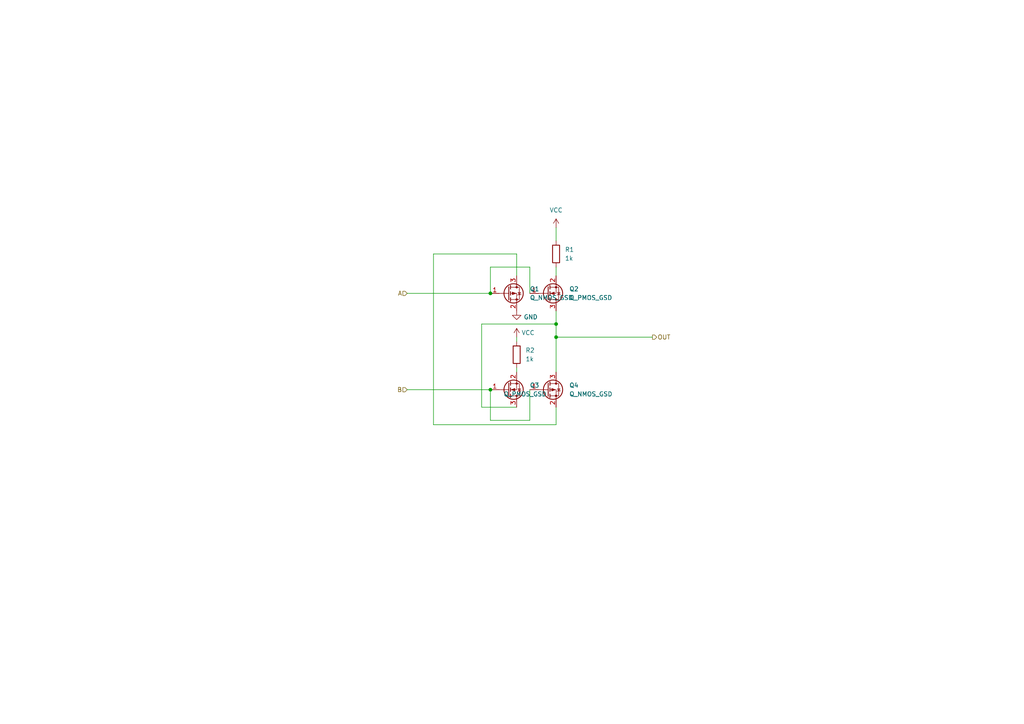
<source format=kicad_sch>
(kicad_sch
	(version 20231120)
	(generator "eeschema")
	(generator_version "8.0")
	(uuid "eff8d2c7-9bf7-42c0-a65e-61ccad8d7e91")
	(paper "A4")
	(lib_symbols
		(symbol "Device:Q_NMOS_GSD"
			(pin_names
				(offset 0) hide)
			(exclude_from_sim no)
			(in_bom yes)
			(on_board yes)
			(property "Reference" "Q"
				(at 5.08 1.27 0)
				(effects
					(font
						(size 1.27 1.27)
					)
					(justify left)
				)
			)
			(property "Value" "Q_NMOS_GSD"
				(at 5.08 -1.27 0)
				(effects
					(font
						(size 1.27 1.27)
					)
					(justify left)
				)
			)
			(property "Footprint" ""
				(at 5.08 2.54 0)
				(effects
					(font
						(size 1.27 1.27)
					)
					(hide yes)
				)
			)
			(property "Datasheet" "~"
				(at 0 0 0)
				(effects
					(font
						(size 1.27 1.27)
					)
					(hide yes)
				)
			)
			(property "Description" "N-MOSFET transistor, gate/source/drain"
				(at 0 0 0)
				(effects
					(font
						(size 1.27 1.27)
					)
					(hide yes)
				)
			)
			(property "ki_keywords" "transistor NMOS N-MOS N-MOSFET"
				(at 0 0 0)
				(effects
					(font
						(size 1.27 1.27)
					)
					(hide yes)
				)
			)
			(symbol "Q_NMOS_GSD_0_1"
				(polyline
					(pts
						(xy 0.254 0) (xy -2.54 0)
					)
					(stroke
						(width 0)
						(type default)
					)
					(fill
						(type none)
					)
				)
				(polyline
					(pts
						(xy 0.254 1.905) (xy 0.254 -1.905)
					)
					(stroke
						(width 0.254)
						(type default)
					)
					(fill
						(type none)
					)
				)
				(polyline
					(pts
						(xy 0.762 -1.27) (xy 0.762 -2.286)
					)
					(stroke
						(width 0.254)
						(type default)
					)
					(fill
						(type none)
					)
				)
				(polyline
					(pts
						(xy 0.762 0.508) (xy 0.762 -0.508)
					)
					(stroke
						(width 0.254)
						(type default)
					)
					(fill
						(type none)
					)
				)
				(polyline
					(pts
						(xy 0.762 2.286) (xy 0.762 1.27)
					)
					(stroke
						(width 0.254)
						(type default)
					)
					(fill
						(type none)
					)
				)
				(polyline
					(pts
						(xy 2.54 2.54) (xy 2.54 1.778)
					)
					(stroke
						(width 0)
						(type default)
					)
					(fill
						(type none)
					)
				)
				(polyline
					(pts
						(xy 2.54 -2.54) (xy 2.54 0) (xy 0.762 0)
					)
					(stroke
						(width 0)
						(type default)
					)
					(fill
						(type none)
					)
				)
				(polyline
					(pts
						(xy 0.762 -1.778) (xy 3.302 -1.778) (xy 3.302 1.778) (xy 0.762 1.778)
					)
					(stroke
						(width 0)
						(type default)
					)
					(fill
						(type none)
					)
				)
				(polyline
					(pts
						(xy 1.016 0) (xy 2.032 0.381) (xy 2.032 -0.381) (xy 1.016 0)
					)
					(stroke
						(width 0)
						(type default)
					)
					(fill
						(type outline)
					)
				)
				(polyline
					(pts
						(xy 2.794 0.508) (xy 2.921 0.381) (xy 3.683 0.381) (xy 3.81 0.254)
					)
					(stroke
						(width 0)
						(type default)
					)
					(fill
						(type none)
					)
				)
				(polyline
					(pts
						(xy 3.302 0.381) (xy 2.921 -0.254) (xy 3.683 -0.254) (xy 3.302 0.381)
					)
					(stroke
						(width 0)
						(type default)
					)
					(fill
						(type none)
					)
				)
				(circle
					(center 1.651 0)
					(radius 2.794)
					(stroke
						(width 0.254)
						(type default)
					)
					(fill
						(type none)
					)
				)
				(circle
					(center 2.54 -1.778)
					(radius 0.254)
					(stroke
						(width 0)
						(type default)
					)
					(fill
						(type outline)
					)
				)
				(circle
					(center 2.54 1.778)
					(radius 0.254)
					(stroke
						(width 0)
						(type default)
					)
					(fill
						(type outline)
					)
				)
			)
			(symbol "Q_NMOS_GSD_1_1"
				(pin input line
					(at -5.08 0 0)
					(length 2.54)
					(name "G"
						(effects
							(font
								(size 1.27 1.27)
							)
						)
					)
					(number "1"
						(effects
							(font
								(size 1.27 1.27)
							)
						)
					)
				)
				(pin passive line
					(at 2.54 -5.08 90)
					(length 2.54)
					(name "S"
						(effects
							(font
								(size 1.27 1.27)
							)
						)
					)
					(number "2"
						(effects
							(font
								(size 1.27 1.27)
							)
						)
					)
				)
				(pin passive line
					(at 2.54 5.08 270)
					(length 2.54)
					(name "D"
						(effects
							(font
								(size 1.27 1.27)
							)
						)
					)
					(number "3"
						(effects
							(font
								(size 1.27 1.27)
							)
						)
					)
				)
			)
		)
		(symbol "Device:Q_PMOS_GSD"
			(pin_names
				(offset 0) hide)
			(exclude_from_sim no)
			(in_bom yes)
			(on_board yes)
			(property "Reference" "Q"
				(at 5.08 1.27 0)
				(effects
					(font
						(size 1.27 1.27)
					)
					(justify left)
				)
			)
			(property "Value" "Q_PMOS_GSD"
				(at 5.08 -1.27 0)
				(effects
					(font
						(size 1.27 1.27)
					)
					(justify left)
				)
			)
			(property "Footprint" ""
				(at 5.08 2.54 0)
				(effects
					(font
						(size 1.27 1.27)
					)
					(hide yes)
				)
			)
			(property "Datasheet" "~"
				(at 0 0 0)
				(effects
					(font
						(size 1.27 1.27)
					)
					(hide yes)
				)
			)
			(property "Description" "P-MOSFET transistor, gate/source/drain"
				(at 0 0 0)
				(effects
					(font
						(size 1.27 1.27)
					)
					(hide yes)
				)
			)
			(property "ki_keywords" "transistor PMOS P-MOS P-MOSFET"
				(at 0 0 0)
				(effects
					(font
						(size 1.27 1.27)
					)
					(hide yes)
				)
			)
			(symbol "Q_PMOS_GSD_0_1"
				(polyline
					(pts
						(xy 0.254 0) (xy -2.54 0)
					)
					(stroke
						(width 0)
						(type default)
					)
					(fill
						(type none)
					)
				)
				(polyline
					(pts
						(xy 0.254 1.905) (xy 0.254 -1.905)
					)
					(stroke
						(width 0.254)
						(type default)
					)
					(fill
						(type none)
					)
				)
				(polyline
					(pts
						(xy 0.762 -1.27) (xy 0.762 -2.286)
					)
					(stroke
						(width 0.254)
						(type default)
					)
					(fill
						(type none)
					)
				)
				(polyline
					(pts
						(xy 0.762 0.508) (xy 0.762 -0.508)
					)
					(stroke
						(width 0.254)
						(type default)
					)
					(fill
						(type none)
					)
				)
				(polyline
					(pts
						(xy 0.762 2.286) (xy 0.762 1.27)
					)
					(stroke
						(width 0.254)
						(type default)
					)
					(fill
						(type none)
					)
				)
				(polyline
					(pts
						(xy 2.54 2.54) (xy 2.54 1.778)
					)
					(stroke
						(width 0)
						(type default)
					)
					(fill
						(type none)
					)
				)
				(polyline
					(pts
						(xy 2.54 -2.54) (xy 2.54 0) (xy 0.762 0)
					)
					(stroke
						(width 0)
						(type default)
					)
					(fill
						(type none)
					)
				)
				(polyline
					(pts
						(xy 0.762 1.778) (xy 3.302 1.778) (xy 3.302 -1.778) (xy 0.762 -1.778)
					)
					(stroke
						(width 0)
						(type default)
					)
					(fill
						(type none)
					)
				)
				(polyline
					(pts
						(xy 2.286 0) (xy 1.27 0.381) (xy 1.27 -0.381) (xy 2.286 0)
					)
					(stroke
						(width 0)
						(type default)
					)
					(fill
						(type outline)
					)
				)
				(polyline
					(pts
						(xy 2.794 -0.508) (xy 2.921 -0.381) (xy 3.683 -0.381) (xy 3.81 -0.254)
					)
					(stroke
						(width 0)
						(type default)
					)
					(fill
						(type none)
					)
				)
				(polyline
					(pts
						(xy 3.302 -0.381) (xy 2.921 0.254) (xy 3.683 0.254) (xy 3.302 -0.381)
					)
					(stroke
						(width 0)
						(type default)
					)
					(fill
						(type none)
					)
				)
				(circle
					(center 1.651 0)
					(radius 2.794)
					(stroke
						(width 0.254)
						(type default)
					)
					(fill
						(type none)
					)
				)
				(circle
					(center 2.54 -1.778)
					(radius 0.254)
					(stroke
						(width 0)
						(type default)
					)
					(fill
						(type outline)
					)
				)
				(circle
					(center 2.54 1.778)
					(radius 0.254)
					(stroke
						(width 0)
						(type default)
					)
					(fill
						(type outline)
					)
				)
			)
			(symbol "Q_PMOS_GSD_1_1"
				(pin input line
					(at -5.08 0 0)
					(length 2.54)
					(name "G"
						(effects
							(font
								(size 1.27 1.27)
							)
						)
					)
					(number "1"
						(effects
							(font
								(size 1.27 1.27)
							)
						)
					)
				)
				(pin passive line
					(at 2.54 -5.08 90)
					(length 2.54)
					(name "S"
						(effects
							(font
								(size 1.27 1.27)
							)
						)
					)
					(number "2"
						(effects
							(font
								(size 1.27 1.27)
							)
						)
					)
				)
				(pin passive line
					(at 2.54 5.08 270)
					(length 2.54)
					(name "D"
						(effects
							(font
								(size 1.27 1.27)
							)
						)
					)
					(number "3"
						(effects
							(font
								(size 1.27 1.27)
							)
						)
					)
				)
			)
		)
		(symbol "Device:R"
			(pin_numbers hide)
			(pin_names
				(offset 0)
			)
			(exclude_from_sim no)
			(in_bom yes)
			(on_board yes)
			(property "Reference" "R"
				(at 2.032 0 90)
				(effects
					(font
						(size 1.27 1.27)
					)
				)
			)
			(property "Value" "R"
				(at 0 0 90)
				(effects
					(font
						(size 1.27 1.27)
					)
				)
			)
			(property "Footprint" ""
				(at -1.778 0 90)
				(effects
					(font
						(size 1.27 1.27)
					)
					(hide yes)
				)
			)
			(property "Datasheet" "~"
				(at 0 0 0)
				(effects
					(font
						(size 1.27 1.27)
					)
					(hide yes)
				)
			)
			(property "Description" "Resistor"
				(at 0 0 0)
				(effects
					(font
						(size 1.27 1.27)
					)
					(hide yes)
				)
			)
			(property "ki_keywords" "R res resistor"
				(at 0 0 0)
				(effects
					(font
						(size 1.27 1.27)
					)
					(hide yes)
				)
			)
			(property "ki_fp_filters" "R_*"
				(at 0 0 0)
				(effects
					(font
						(size 1.27 1.27)
					)
					(hide yes)
				)
			)
			(symbol "R_0_1"
				(rectangle
					(start -1.016 -2.54)
					(end 1.016 2.54)
					(stroke
						(width 0.254)
						(type default)
					)
					(fill
						(type none)
					)
				)
			)
			(symbol "R_1_1"
				(pin passive line
					(at 0 3.81 270)
					(length 1.27)
					(name "~"
						(effects
							(font
								(size 1.27 1.27)
							)
						)
					)
					(number "1"
						(effects
							(font
								(size 1.27 1.27)
							)
						)
					)
				)
				(pin passive line
					(at 0 -3.81 90)
					(length 1.27)
					(name "~"
						(effects
							(font
								(size 1.27 1.27)
							)
						)
					)
					(number "2"
						(effects
							(font
								(size 1.27 1.27)
							)
						)
					)
				)
			)
		)
		(symbol "power:GND"
			(power)
			(pin_names
				(offset 0)
			)
			(exclude_from_sim no)
			(in_bom yes)
			(on_board yes)
			(property "Reference" "#PWR"
				(at 0 -6.35 0)
				(effects
					(font
						(size 1.27 1.27)
					)
					(hide yes)
				)
			)
			(property "Value" "GND"
				(at 0 -3.81 0)
				(effects
					(font
						(size 1.27 1.27)
					)
				)
			)
			(property "Footprint" ""
				(at 0 0 0)
				(effects
					(font
						(size 1.27 1.27)
					)
					(hide yes)
				)
			)
			(property "Datasheet" ""
				(at 0 0 0)
				(effects
					(font
						(size 1.27 1.27)
					)
					(hide yes)
				)
			)
			(property "Description" "Power symbol creates a global label with name \"GND\" , ground"
				(at 0 0 0)
				(effects
					(font
						(size 1.27 1.27)
					)
					(hide yes)
				)
			)
			(property "ki_keywords" "power-flag"
				(at 0 0 0)
				(effects
					(font
						(size 1.27 1.27)
					)
					(hide yes)
				)
			)
			(symbol "GND_0_1"
				(polyline
					(pts
						(xy 0 0) (xy 0 -1.27) (xy 1.27 -1.27) (xy 0 -2.54) (xy -1.27 -1.27) (xy 0 -1.27)
					)
					(stroke
						(width 0)
						(type default)
					)
					(fill
						(type none)
					)
				)
			)
			(symbol "GND_1_1"
				(pin power_in line
					(at 0 0 270)
					(length 0) hide
					(name "GND"
						(effects
							(font
								(size 1.27 1.27)
							)
						)
					)
					(number "1"
						(effects
							(font
								(size 1.27 1.27)
							)
						)
					)
				)
			)
		)
		(symbol "power:VCC"
			(power)
			(pin_names
				(offset 0)
			)
			(exclude_from_sim no)
			(in_bom yes)
			(on_board yes)
			(property "Reference" "#PWR"
				(at 0 -3.81 0)
				(effects
					(font
						(size 1.27 1.27)
					)
					(hide yes)
				)
			)
			(property "Value" "VCC"
				(at 0 3.81 0)
				(effects
					(font
						(size 1.27 1.27)
					)
				)
			)
			(property "Footprint" ""
				(at 0 0 0)
				(effects
					(font
						(size 1.27 1.27)
					)
					(hide yes)
				)
			)
			(property "Datasheet" ""
				(at 0 0 0)
				(effects
					(font
						(size 1.27 1.27)
					)
					(hide yes)
				)
			)
			(property "Description" "Power symbol creates a global label with name \"VCC\""
				(at 0 0 0)
				(effects
					(font
						(size 1.27 1.27)
					)
					(hide yes)
				)
			)
			(property "ki_keywords" "power-flag"
				(at 0 0 0)
				(effects
					(font
						(size 1.27 1.27)
					)
					(hide yes)
				)
			)
			(symbol "VCC_0_1"
				(polyline
					(pts
						(xy -0.762 1.27) (xy 0 2.54)
					)
					(stroke
						(width 0)
						(type default)
					)
					(fill
						(type none)
					)
				)
				(polyline
					(pts
						(xy 0 0) (xy 0 2.54)
					)
					(stroke
						(width 0)
						(type default)
					)
					(fill
						(type none)
					)
				)
				(polyline
					(pts
						(xy 0 2.54) (xy 0.762 1.27)
					)
					(stroke
						(width 0)
						(type default)
					)
					(fill
						(type none)
					)
				)
			)
			(symbol "VCC_1_1"
				(pin power_in line
					(at 0 0 90)
					(length 0) hide
					(name "VCC"
						(effects
							(font
								(size 1.27 1.27)
							)
						)
					)
					(number "1"
						(effects
							(font
								(size 1.27 1.27)
							)
						)
					)
				)
			)
		)
	)
	(junction
		(at 161.29 97.79)
		(diameter 0)
		(color 0 0 0 0)
		(uuid "1f65059f-3eaa-40c9-8687-e8daa0c6485d")
	)
	(junction
		(at 142.24 113.03)
		(diameter 0)
		(color 0 0 0 0)
		(uuid "22110edf-e12a-4750-85cc-e79a5cdb1396")
	)
	(junction
		(at 142.24 85.09)
		(diameter 0)
		(color 0 0 0 0)
		(uuid "9740aca9-7ff9-4439-a005-5fe6f3f98ff0")
	)
	(junction
		(at 161.29 93.98)
		(diameter 0)
		(color 0 0 0 0)
		(uuid "d0aaef85-05f5-4351-821f-d4f9af4cb275")
	)
	(wire
		(pts
			(xy 161.29 66.04) (xy 161.29 69.85)
		)
		(stroke
			(width 0)
			(type default)
		)
		(uuid "0d26b345-3f7b-4c5e-8a6f-c4fc8afe806f")
	)
	(wire
		(pts
			(xy 125.73 73.66) (xy 149.86 73.66)
		)
		(stroke
			(width 0)
			(type default)
		)
		(uuid "0ffd298c-41dd-4ade-98c3-06fa0c7b421b")
	)
	(wire
		(pts
			(xy 142.24 121.92) (xy 153.67 121.92)
		)
		(stroke
			(width 0)
			(type default)
		)
		(uuid "16672c7b-d606-42f9-a5a8-82b6ab58350a")
	)
	(wire
		(pts
			(xy 161.29 118.11) (xy 161.29 123.19)
		)
		(stroke
			(width 0)
			(type default)
		)
		(uuid "199417f4-a36c-4c4c-822e-801b4ed6d9b2")
	)
	(wire
		(pts
			(xy 118.11 85.09) (xy 142.24 85.09)
		)
		(stroke
			(width 0)
			(type default)
		)
		(uuid "288998f9-416b-4e1d-bfb6-411e6bb16472")
	)
	(wire
		(pts
			(xy 142.24 121.92) (xy 142.24 113.03)
		)
		(stroke
			(width 0)
			(type default)
		)
		(uuid "2e204d77-aa92-4c67-b715-d84b1f2e2975")
	)
	(wire
		(pts
			(xy 149.86 106.68) (xy 149.86 107.95)
		)
		(stroke
			(width 0)
			(type default)
		)
		(uuid "40a13251-1c85-4fea-bc22-b98087234896")
	)
	(wire
		(pts
			(xy 139.7 93.98) (xy 161.29 93.98)
		)
		(stroke
			(width 0)
			(type default)
		)
		(uuid "41952c6c-7da2-448e-b29d-fb4e96dc0c8b")
	)
	(wire
		(pts
			(xy 142.24 85.09) (xy 142.24 77.47)
		)
		(stroke
			(width 0)
			(type default)
		)
		(uuid "4622d989-c780-47e8-832e-6db82342b9f5")
	)
	(wire
		(pts
			(xy 139.7 118.11) (xy 139.7 93.98)
		)
		(stroke
			(width 0)
			(type default)
		)
		(uuid "5dc52672-7da1-424a-88b7-5714f8329994")
	)
	(wire
		(pts
			(xy 125.73 73.66) (xy 125.73 123.19)
		)
		(stroke
			(width 0)
			(type default)
		)
		(uuid "5ee99ead-38e6-4019-b2cb-05ff16e32e4c")
	)
	(wire
		(pts
			(xy 161.29 90.17) (xy 161.29 93.98)
		)
		(stroke
			(width 0)
			(type default)
		)
		(uuid "612f12e0-2389-4ef3-9024-08ce414599fc")
	)
	(wire
		(pts
			(xy 118.11 113.03) (xy 142.24 113.03)
		)
		(stroke
			(width 0)
			(type default)
		)
		(uuid "7dd03f63-13fc-4dc3-99b5-c424657345a3")
	)
	(wire
		(pts
			(xy 153.67 113.03) (xy 153.67 121.92)
		)
		(stroke
			(width 0)
			(type default)
		)
		(uuid "80239d9c-bd55-423a-9050-2be7f09f7495")
	)
	(wire
		(pts
			(xy 149.86 97.79) (xy 149.86 99.06)
		)
		(stroke
			(width 0)
			(type default)
		)
		(uuid "9ed18b20-fbdf-4721-8c05-a7185fb88220")
	)
	(wire
		(pts
			(xy 161.29 77.47) (xy 161.29 80.01)
		)
		(stroke
			(width 0)
			(type default)
		)
		(uuid "a7ecf332-40b7-4b9b-9c32-1744af2287dd")
	)
	(wire
		(pts
			(xy 142.24 77.47) (xy 153.67 77.47)
		)
		(stroke
			(width 0)
			(type default)
		)
		(uuid "ad22bdf1-d823-45f2-9675-2b86825d3e15")
	)
	(wire
		(pts
			(xy 161.29 93.98) (xy 161.29 97.79)
		)
		(stroke
			(width 0)
			(type default)
		)
		(uuid "b99837d1-5107-41b1-913b-83d9ff0f7a35")
	)
	(wire
		(pts
			(xy 161.29 123.19) (xy 125.73 123.19)
		)
		(stroke
			(width 0)
			(type default)
		)
		(uuid "c705cea1-89c5-4a53-852b-948374bb30a5")
	)
	(wire
		(pts
			(xy 153.67 77.47) (xy 153.67 85.09)
		)
		(stroke
			(width 0)
			(type default)
		)
		(uuid "d50ee808-bc0d-40ef-a4f1-7d65dda6c87d")
	)
	(wire
		(pts
			(xy 161.29 97.79) (xy 161.29 107.95)
		)
		(stroke
			(width 0)
			(type default)
		)
		(uuid "d59ff768-b208-430c-9f97-f909a37d9e10")
	)
	(wire
		(pts
			(xy 149.86 73.66) (xy 149.86 80.01)
		)
		(stroke
			(width 0)
			(type default)
		)
		(uuid "e2e6dc64-cb7c-4af8-9834-b4739e9e57e0")
	)
	(wire
		(pts
			(xy 161.29 97.79) (xy 189.23 97.79)
		)
		(stroke
			(width 0)
			(type default)
		)
		(uuid "e2ef1aa7-e4bf-4166-a1f2-c2361e8f91a7")
	)
	(wire
		(pts
			(xy 149.86 118.11) (xy 139.7 118.11)
		)
		(stroke
			(width 0)
			(type default)
		)
		(uuid "fcaf66ec-8a2f-492a-ac66-ce72e61077d5")
	)
	(hierarchical_label "B"
		(shape input)
		(at 118.11 113.03 180)
		(fields_autoplaced yes)
		(effects
			(font
				(size 1.27 1.27)
			)
			(justify right)
		)
		(uuid "44ecae3d-bfb0-439b-99db-82ef32c25dae")
	)
	(hierarchical_label "A"
		(shape input)
		(at 118.11 85.09 180)
		(fields_autoplaced yes)
		(effects
			(font
				(size 1.27 1.27)
			)
			(justify right)
		)
		(uuid "8ba416b3-4128-4903-8617-a53c0658ae86")
	)
	(hierarchical_label "OUT"
		(shape output)
		(at 189.23 97.79 0)
		(fields_autoplaced yes)
		(effects
			(font
				(size 1.27 1.27)
			)
			(justify left)
		)
		(uuid "df9f0fc4-5d25-438f-93dd-04160d3a5d21")
	)
	(symbol
		(lib_id "Device:Q_NMOS_GSD")
		(at 158.75 85.09 0)
		(mirror x)
		(unit 1)
		(exclude_from_sim no)
		(in_bom yes)
		(on_board yes)
		(dnp no)
		(fields_autoplaced yes)
		(uuid "005d3347-adb7-4c12-88df-1b55d385f492")
		(property "Reference" "Q2"
			(at 165.1 83.8199 0)
			(effects
				(font
					(size 1.27 1.27)
				)
				(justify left)
			)
		)
		(property "Value" "Q_PMOS_GSD"
			(at 165.1 86.3599 0)
			(effects
				(font
					(size 1.27 1.27)
				)
				(justify left)
			)
		)
		(property "Footprint" "Package_TO_SOT_SMD:SOT-23"
			(at 163.83 87.63 0)
			(effects
				(font
					(size 1.27 1.27)
				)
				(hide yes)
			)
		)
		(property "Datasheet" "~"
			(at 158.75 85.09 0)
			(effects
				(font
					(size 1.27 1.27)
				)
				(hide yes)
			)
		)
		(property "Description" ""
			(at 158.75 85.09 0)
			(effects
				(font
					(size 1.27 1.27)
				)
				(hide yes)
			)
		)
		(pin "1"
			(uuid "0e4cd3bb-b892-423c-9879-80934d2d4002")
		)
		(pin "2"
			(uuid "7d2d5df6-72da-46d3-b639-c589a9740461")
		)
		(pin "3"
			(uuid "56c4d332-9f16-407a-b8bc-7309b879e03f")
		)
		(instances
			(project "transistor_party"
				(path "/02fedac3-53d6-4e47-b3de-ddf82937d227/326b1545-db91-4803-823f-551937ef7845/c46dc4cd-82f3-47d7-9f54-5a57a64b015f"
					(reference "Q2")
					(unit 1)
				)
				(path "/02fedac3-53d6-4e47-b3de-ddf82937d227/326b1545-db91-4803-823f-551937ef7845/eb15bbfe-25fc-4288-a4a7-52263c1aef04"
					(reference "Q6")
					(unit 1)
				)
				(path "/02fedac3-53d6-4e47-b3de-ddf82937d227/326b1545-db91-4803-823f-551937ef7845/63515ed0-77ff-4884-8ca8-78a23b14c42f"
					(reference "Q10")
					(unit 1)
				)
				(path "/02fedac3-53d6-4e47-b3de-ddf82937d227/326b1545-db91-4803-823f-551937ef7845/091750df-76b5-42e2-8a9a-64e92cd712cb"
					(reference "Q14")
					(unit 1)
				)
				(path "/02fedac3-53d6-4e47-b3de-ddf82937d227/326b1545-db91-4803-823f-551937ef7845/aad5a6f1-c382-407d-a7e9-1ef8c062a9b9"
					(reference "Q18")
					(unit 1)
				)
				(path "/02fedac3-53d6-4e47-b3de-ddf82937d227/326b1545-db91-4803-823f-551937ef7845/af2b1309-27ee-41c1-9914-ed41953c9448"
					(reference "Q22")
					(unit 1)
				)
				(path "/02fedac3-53d6-4e47-b3de-ddf82937d227/326b1545-db91-4803-823f-551937ef7845/c58dcf74-01ca-430f-91ad-4634a4671887"
					(reference "Q26")
					(unit 1)
				)
				(path "/02fedac3-53d6-4e47-b3de-ddf82937d227/326b1545-db91-4803-823f-551937ef7845/d4b8f768-5004-4f29-b2e8-fb5065a77bd7"
					(reference "Q30")
					(unit 1)
				)
				(path "/02fedac3-53d6-4e47-b3de-ddf82937d227/326b1545-db91-4803-823f-551937ef7845/21b23b47-7c3d-4745-a4bf-835aa5fe0383"
					(reference "Q34")
					(unit 1)
				)
				(path "/02fedac3-53d6-4e47-b3de-ddf82937d227/efaec52a-263e-47ce-b4c6-32529fa63006/c46dc4cd-82f3-47d7-9f54-5a57a64b015f"
					(reference "Q38")
					(unit 1)
				)
				(path "/02fedac3-53d6-4e47-b3de-ddf82937d227/efaec52a-263e-47ce-b4c6-32529fa63006/63515ed0-77ff-4884-8ca8-78a23b14c42f"
					(reference "Q42")
					(unit 1)
				)
				(path "/02fedac3-53d6-4e47-b3de-ddf82937d227/efaec52a-263e-47ce-b4c6-32529fa63006/eb15bbfe-25fc-4288-a4a7-52263c1aef04"
					(reference "Q46")
					(unit 1)
				)
				(path "/02fedac3-53d6-4e47-b3de-ddf82937d227/efaec52a-263e-47ce-b4c6-32529fa63006/091750df-76b5-42e2-8a9a-64e92cd712cb"
					(reference "Q50")
					(unit 1)
				)
				(path "/02fedac3-53d6-4e47-b3de-ddf82937d227/efaec52a-263e-47ce-b4c6-32529fa63006/aad5a6f1-c382-407d-a7e9-1ef8c062a9b9"
					(reference "Q54")
					(unit 1)
				)
				(path "/02fedac3-53d6-4e47-b3de-ddf82937d227/efaec52a-263e-47ce-b4c6-32529fa63006/af2b1309-27ee-41c1-9914-ed41953c9448"
					(reference "Q58")
					(unit 1)
				)
				(path "/02fedac3-53d6-4e47-b3de-ddf82937d227/efaec52a-263e-47ce-b4c6-32529fa63006/c58dcf74-01ca-430f-91ad-4634a4671887"
					(reference "Q62")
					(unit 1)
				)
				(path "/02fedac3-53d6-4e47-b3de-ddf82937d227/efaec52a-263e-47ce-b4c6-32529fa63006/21b23b47-7c3d-4745-a4bf-835aa5fe0383"
					(reference "Q66")
					(unit 1)
				)
				(path "/02fedac3-53d6-4e47-b3de-ddf82937d227/efaec52a-263e-47ce-b4c6-32529fa63006/d4b8f768-5004-4f29-b2e8-fb5065a77bd7"
					(reference "Q70")
					(unit 1)
				)
				(path "/02fedac3-53d6-4e47-b3de-ddf82937d227/65b9e87e-7177-48b7-bd59-7c1c56212b19/c46dc4cd-82f3-47d7-9f54-5a57a64b015f"
					(reference "Q74")
					(unit 1)
				)
				(path "/02fedac3-53d6-4e47-b3de-ddf82937d227/65b9e87e-7177-48b7-bd59-7c1c56212b19/63515ed0-77ff-4884-8ca8-78a23b14c42f"
					(reference "Q78")
					(unit 1)
				)
				(path "/02fedac3-53d6-4e47-b3de-ddf82937d227/65b9e87e-7177-48b7-bd59-7c1c56212b19/eb15bbfe-25fc-4288-a4a7-52263c1aef04"
					(reference "Q82")
					(unit 1)
				)
				(path "/02fedac3-53d6-4e47-b3de-ddf82937d227/65b9e87e-7177-48b7-bd59-7c1c56212b19/091750df-76b5-42e2-8a9a-64e92cd712cb"
					(reference "Q86")
					(unit 1)
				)
				(path "/02fedac3-53d6-4e47-b3de-ddf82937d227/65b9e87e-7177-48b7-bd59-7c1c56212b19/aad5a6f1-c382-407d-a7e9-1ef8c062a9b9"
					(reference "Q90")
					(unit 1)
				)
				(path "/02fedac3-53d6-4e47-b3de-ddf82937d227/65b9e87e-7177-48b7-bd59-7c1c56212b19/af2b1309-27ee-41c1-9914-ed41953c9448"
					(reference "Q94")
					(unit 1)
				)
				(path "/02fedac3-53d6-4e47-b3de-ddf82937d227/65b9e87e-7177-48b7-bd59-7c1c56212b19/c58dcf74-01ca-430f-91ad-4634a4671887"
					(reference "Q98")
					(unit 1)
				)
				(path "/02fedac3-53d6-4e47-b3de-ddf82937d227/65b9e87e-7177-48b7-bd59-7c1c56212b19/21b23b47-7c3d-4745-a4bf-835aa5fe0383"
					(reference "Q102")
					(unit 1)
				)
				(path "/02fedac3-53d6-4e47-b3de-ddf82937d227/65b9e87e-7177-48b7-bd59-7c1c56212b19/d4b8f768-5004-4f29-b2e8-fb5065a77bd7"
					(reference "Q106")
					(unit 1)
				)
				(path "/02fedac3-53d6-4e47-b3de-ddf82937d227/b4fa47f3-71d0-4ae3-9e8e-2ba4a331a3cf/c46dc4cd-82f3-47d7-9f54-5a57a64b015f"
					(reference "Q110")
					(unit 1)
				)
				(path "/02fedac3-53d6-4e47-b3de-ddf82937d227/b4fa47f3-71d0-4ae3-9e8e-2ba4a331a3cf/63515ed0-77ff-4884-8ca8-78a23b14c42f"
					(reference "Q114")
					(unit 1)
				)
				(path "/02fedac3-53d6-4e47-b3de-ddf82937d227/b4fa47f3-71d0-4ae3-9e8e-2ba4a331a3cf/eb15bbfe-25fc-4288-a4a7-52263c1aef04"
					(reference "Q118")
					(unit 1)
				)
				(path "/02fedac3-53d6-4e47-b3de-ddf82937d227/b4fa47f3-71d0-4ae3-9e8e-2ba4a331a3cf/091750df-76b5-42e2-8a9a-64e92cd712cb"
					(reference "Q122")
					(unit 1)
				)
				(path "/02fedac3-53d6-4e47-b3de-ddf82937d227/b4fa47f3-71d0-4ae3-9e8e-2ba4a331a3cf/aad5a6f1-c382-407d-a7e9-1ef8c062a9b9"
					(reference "Q126")
					(unit 1)
				)
				(path "/02fedac3-53d6-4e47-b3de-ddf82937d227/b4fa47f3-71d0-4ae3-9e8e-2ba4a331a3cf/af2b1309-27ee-41c1-9914-ed41953c9448"
					(reference "Q130")
					(unit 1)
				)
				(path "/02fedac3-53d6-4e47-b3de-ddf82937d227/b4fa47f3-71d0-4ae3-9e8e-2ba4a331a3cf/c58dcf74-01ca-430f-91ad-4634a4671887"
					(reference "Q134")
					(unit 1)
				)
				(path "/02fedac3-53d6-4e47-b3de-ddf82937d227/b4fa47f3-71d0-4ae3-9e8e-2ba4a331a3cf/21b23b47-7c3d-4745-a4bf-835aa5fe0383"
					(reference "Q138")
					(unit 1)
				)
				(path "/02fedac3-53d6-4e47-b3de-ddf82937d227/b4fa47f3-71d0-4ae3-9e8e-2ba4a331a3cf/d4b8f768-5004-4f29-b2e8-fb5065a77bd7"
					(reference "Q142")
					(unit 1)
				)
			)
		)
	)
	(symbol
		(lib_id "power:GND")
		(at 149.86 90.17 0)
		(unit 1)
		(exclude_from_sim no)
		(in_bom yes)
		(on_board yes)
		(dnp no)
		(uuid "0314158b-504e-4958-a063-2d1ff19a7041")
		(property "Reference" "#PWR04"
			(at 149.86 96.52 0)
			(effects
				(font
					(size 1.27 1.27)
				)
				(hide yes)
			)
		)
		(property "Value" "GND"
			(at 153.924 91.948 0)
			(effects
				(font
					(size 1.27 1.27)
				)
			)
		)
		(property "Footprint" ""
			(at 149.86 90.17 0)
			(effects
				(font
					(size 1.27 1.27)
				)
				(hide yes)
			)
		)
		(property "Datasheet" ""
			(at 149.86 90.17 0)
			(effects
				(font
					(size 1.27 1.27)
				)
				(hide yes)
			)
		)
		(property "Description" ""
			(at 149.86 90.17 0)
			(effects
				(font
					(size 1.27 1.27)
				)
				(hide yes)
			)
		)
		(pin "1"
			(uuid "3bfca8fc-be32-493d-a5c6-dd8f512632db")
		)
		(instances
			(project "transistor_party"
				(path "/02fedac3-53d6-4e47-b3de-ddf82937d227/326b1545-db91-4803-823f-551937ef7845/c46dc4cd-82f3-47d7-9f54-5a57a64b015f"
					(reference "#PWR04")
					(unit 1)
				)
				(path "/02fedac3-53d6-4e47-b3de-ddf82937d227/326b1545-db91-4803-823f-551937ef7845/eb15bbfe-25fc-4288-a4a7-52263c1aef04"
					(reference "#PWR07")
					(unit 1)
				)
				(path "/02fedac3-53d6-4e47-b3de-ddf82937d227/326b1545-db91-4803-823f-551937ef7845/63515ed0-77ff-4884-8ca8-78a23b14c42f"
					(reference "#PWR010")
					(unit 1)
				)
				(path "/02fedac3-53d6-4e47-b3de-ddf82937d227/326b1545-db91-4803-823f-551937ef7845/091750df-76b5-42e2-8a9a-64e92cd712cb"
					(reference "#PWR013")
					(unit 1)
				)
				(path "/02fedac3-53d6-4e47-b3de-ddf82937d227/326b1545-db91-4803-823f-551937ef7845/aad5a6f1-c382-407d-a7e9-1ef8c062a9b9"
					(reference "#PWR016")
					(unit 1)
				)
				(path "/02fedac3-53d6-4e47-b3de-ddf82937d227/326b1545-db91-4803-823f-551937ef7845/af2b1309-27ee-41c1-9914-ed41953c9448"
					(reference "#PWR019")
					(unit 1)
				)
				(path "/02fedac3-53d6-4e47-b3de-ddf82937d227/326b1545-db91-4803-823f-551937ef7845/c58dcf74-01ca-430f-91ad-4634a4671887"
					(reference "#PWR022")
					(unit 1)
				)
				(path "/02fedac3-53d6-4e47-b3de-ddf82937d227/326b1545-db91-4803-823f-551937ef7845/d4b8f768-5004-4f29-b2e8-fb5065a77bd7"
					(reference "#PWR025")
					(unit 1)
				)
				(path "/02fedac3-53d6-4e47-b3de-ddf82937d227/326b1545-db91-4803-823f-551937ef7845/21b23b47-7c3d-4745-a4bf-835aa5fe0383"
					(reference "#PWR028")
					(unit 1)
				)
				(path "/02fedac3-53d6-4e47-b3de-ddf82937d227/efaec52a-263e-47ce-b4c6-32529fa63006/c46dc4cd-82f3-47d7-9f54-5a57a64b015f"
					(reference "#PWR031")
					(unit 1)
				)
				(path "/02fedac3-53d6-4e47-b3de-ddf82937d227/efaec52a-263e-47ce-b4c6-32529fa63006/63515ed0-77ff-4884-8ca8-78a23b14c42f"
					(reference "#PWR034")
					(unit 1)
				)
				(path "/02fedac3-53d6-4e47-b3de-ddf82937d227/efaec52a-263e-47ce-b4c6-32529fa63006/eb15bbfe-25fc-4288-a4a7-52263c1aef04"
					(reference "#PWR037")
					(unit 1)
				)
				(path "/02fedac3-53d6-4e47-b3de-ddf82937d227/efaec52a-263e-47ce-b4c6-32529fa63006/091750df-76b5-42e2-8a9a-64e92cd712cb"
					(reference "#PWR040")
					(unit 1)
				)
				(path "/02fedac3-53d6-4e47-b3de-ddf82937d227/efaec52a-263e-47ce-b4c6-32529fa63006/aad5a6f1-c382-407d-a7e9-1ef8c062a9b9"
					(reference "#PWR043")
					(unit 1)
				)
				(path "/02fedac3-53d6-4e47-b3de-ddf82937d227/efaec52a-263e-47ce-b4c6-32529fa63006/af2b1309-27ee-41c1-9914-ed41953c9448"
					(reference "#PWR046")
					(unit 1)
				)
				(path "/02fedac3-53d6-4e47-b3de-ddf82937d227/efaec52a-263e-47ce-b4c6-32529fa63006/c58dcf74-01ca-430f-91ad-4634a4671887"
					(reference "#PWR049")
					(unit 1)
				)
				(path "/02fedac3-53d6-4e47-b3de-ddf82937d227/efaec52a-263e-47ce-b4c6-32529fa63006/21b23b47-7c3d-4745-a4bf-835aa5fe0383"
					(reference "#PWR052")
					(unit 1)
				)
				(path "/02fedac3-53d6-4e47-b3de-ddf82937d227/efaec52a-263e-47ce-b4c6-32529fa63006/d4b8f768-5004-4f29-b2e8-fb5065a77bd7"
					(reference "#PWR055")
					(unit 1)
				)
				(path "/02fedac3-53d6-4e47-b3de-ddf82937d227/65b9e87e-7177-48b7-bd59-7c1c56212b19/c46dc4cd-82f3-47d7-9f54-5a57a64b015f"
					(reference "#PWR058")
					(unit 1)
				)
				(path "/02fedac3-53d6-4e47-b3de-ddf82937d227/65b9e87e-7177-48b7-bd59-7c1c56212b19/63515ed0-77ff-4884-8ca8-78a23b14c42f"
					(reference "#PWR061")
					(unit 1)
				)
				(path "/02fedac3-53d6-4e47-b3de-ddf82937d227/65b9e87e-7177-48b7-bd59-7c1c56212b19/eb15bbfe-25fc-4288-a4a7-52263c1aef04"
					(reference "#PWR064")
					(unit 1)
				)
				(path "/02fedac3-53d6-4e47-b3de-ddf82937d227/65b9e87e-7177-48b7-bd59-7c1c56212b19/091750df-76b5-42e2-8a9a-64e92cd712cb"
					(reference "#PWR067")
					(unit 1)
				)
				(path "/02fedac3-53d6-4e47-b3de-ddf82937d227/65b9e87e-7177-48b7-bd59-7c1c56212b19/aad5a6f1-c382-407d-a7e9-1ef8c062a9b9"
					(reference "#PWR070")
					(unit 1)
				)
				(path "/02fedac3-53d6-4e47-b3de-ddf82937d227/65b9e87e-7177-48b7-bd59-7c1c56212b19/af2b1309-27ee-41c1-9914-ed41953c9448"
					(reference "#PWR073")
					(unit 1)
				)
				(path "/02fedac3-53d6-4e47-b3de-ddf82937d227/65b9e87e-7177-48b7-bd59-7c1c56212b19/c58dcf74-01ca-430f-91ad-4634a4671887"
					(reference "#PWR076")
					(unit 1)
				)
				(path "/02fedac3-53d6-4e47-b3de-ddf82937d227/65b9e87e-7177-48b7-bd59-7c1c56212b19/21b23b47-7c3d-4745-a4bf-835aa5fe0383"
					(reference "#PWR079")
					(unit 1)
				)
				(path "/02fedac3-53d6-4e47-b3de-ddf82937d227/65b9e87e-7177-48b7-bd59-7c1c56212b19/d4b8f768-5004-4f29-b2e8-fb5065a77bd7"
					(reference "#PWR082")
					(unit 1)
				)
				(path "/02fedac3-53d6-4e47-b3de-ddf82937d227/b4fa47f3-71d0-4ae3-9e8e-2ba4a331a3cf/c46dc4cd-82f3-47d7-9f54-5a57a64b015f"
					(reference "#PWR085")
					(unit 1)
				)
				(path "/02fedac3-53d6-4e47-b3de-ddf82937d227/b4fa47f3-71d0-4ae3-9e8e-2ba4a331a3cf/63515ed0-77ff-4884-8ca8-78a23b14c42f"
					(reference "#PWR088")
					(unit 1)
				)
				(path "/02fedac3-53d6-4e47-b3de-ddf82937d227/b4fa47f3-71d0-4ae3-9e8e-2ba4a331a3cf/eb15bbfe-25fc-4288-a4a7-52263c1aef04"
					(reference "#PWR091")
					(unit 1)
				)
				(path "/02fedac3-53d6-4e47-b3de-ddf82937d227/b4fa47f3-71d0-4ae3-9e8e-2ba4a331a3cf/091750df-76b5-42e2-8a9a-64e92cd712cb"
					(reference "#PWR094")
					(unit 1)
				)
				(path "/02fedac3-53d6-4e47-b3de-ddf82937d227/b4fa47f3-71d0-4ae3-9e8e-2ba4a331a3cf/aad5a6f1-c382-407d-a7e9-1ef8c062a9b9"
					(reference "#PWR097")
					(unit 1)
				)
				(path "/02fedac3-53d6-4e47-b3de-ddf82937d227/b4fa47f3-71d0-4ae3-9e8e-2ba4a331a3cf/af2b1309-27ee-41c1-9914-ed41953c9448"
					(reference "#PWR0100")
					(unit 1)
				)
				(path "/02fedac3-53d6-4e47-b3de-ddf82937d227/b4fa47f3-71d0-4ae3-9e8e-2ba4a331a3cf/c58dcf74-01ca-430f-91ad-4634a4671887"
					(reference "#PWR0103")
					(unit 1)
				)
				(path "/02fedac3-53d6-4e47-b3de-ddf82937d227/b4fa47f3-71d0-4ae3-9e8e-2ba4a331a3cf/21b23b47-7c3d-4745-a4bf-835aa5fe0383"
					(reference "#PWR0106")
					(unit 1)
				)
				(path "/02fedac3-53d6-4e47-b3de-ddf82937d227/b4fa47f3-71d0-4ae3-9e8e-2ba4a331a3cf/d4b8f768-5004-4f29-b2e8-fb5065a77bd7"
					(reference "#PWR0109")
					(unit 1)
				)
			)
		)
	)
	(symbol
		(lib_id "power:VCC")
		(at 161.29 66.04 0)
		(unit 1)
		(exclude_from_sim no)
		(in_bom yes)
		(on_board yes)
		(dnp no)
		(fields_autoplaced yes)
		(uuid "1bc82448-1ed2-401a-b692-fee476794c54")
		(property "Reference" "#PWR03"
			(at 161.29 69.85 0)
			(effects
				(font
					(size 1.27 1.27)
				)
				(hide yes)
			)
		)
		(property "Value" "VCC"
			(at 161.29 60.96 0)
			(effects
				(font
					(size 1.27 1.27)
				)
			)
		)
		(property "Footprint" ""
			(at 161.29 66.04 0)
			(effects
				(font
					(size 1.27 1.27)
				)
				(hide yes)
			)
		)
		(property "Datasheet" ""
			(at 161.29 66.04 0)
			(effects
				(font
					(size 1.27 1.27)
				)
				(hide yes)
			)
		)
		(property "Description" ""
			(at 161.29 66.04 0)
			(effects
				(font
					(size 1.27 1.27)
				)
				(hide yes)
			)
		)
		(pin "1"
			(uuid "ab403c48-1adc-4fe4-b056-f0be06bc6f38")
		)
		(instances
			(project "transistor_party"
				(path "/02fedac3-53d6-4e47-b3de-ddf82937d227/326b1545-db91-4803-823f-551937ef7845/c46dc4cd-82f3-47d7-9f54-5a57a64b015f"
					(reference "#PWR03")
					(unit 1)
				)
				(path "/02fedac3-53d6-4e47-b3de-ddf82937d227/326b1545-db91-4803-823f-551937ef7845/eb15bbfe-25fc-4288-a4a7-52263c1aef04"
					(reference "#PWR06")
					(unit 1)
				)
				(path "/02fedac3-53d6-4e47-b3de-ddf82937d227/326b1545-db91-4803-823f-551937ef7845/63515ed0-77ff-4884-8ca8-78a23b14c42f"
					(reference "#PWR09")
					(unit 1)
				)
				(path "/02fedac3-53d6-4e47-b3de-ddf82937d227/326b1545-db91-4803-823f-551937ef7845/091750df-76b5-42e2-8a9a-64e92cd712cb"
					(reference "#PWR012")
					(unit 1)
				)
				(path "/02fedac3-53d6-4e47-b3de-ddf82937d227/326b1545-db91-4803-823f-551937ef7845/aad5a6f1-c382-407d-a7e9-1ef8c062a9b9"
					(reference "#PWR015")
					(unit 1)
				)
				(path "/02fedac3-53d6-4e47-b3de-ddf82937d227/326b1545-db91-4803-823f-551937ef7845/af2b1309-27ee-41c1-9914-ed41953c9448"
					(reference "#PWR018")
					(unit 1)
				)
				(path "/02fedac3-53d6-4e47-b3de-ddf82937d227/326b1545-db91-4803-823f-551937ef7845/c58dcf74-01ca-430f-91ad-4634a4671887"
					(reference "#PWR021")
					(unit 1)
				)
				(path "/02fedac3-53d6-4e47-b3de-ddf82937d227/326b1545-db91-4803-823f-551937ef7845/d4b8f768-5004-4f29-b2e8-fb5065a77bd7"
					(reference "#PWR024")
					(unit 1)
				)
				(path "/02fedac3-53d6-4e47-b3de-ddf82937d227/326b1545-db91-4803-823f-551937ef7845/21b23b47-7c3d-4745-a4bf-835aa5fe0383"
					(reference "#PWR027")
					(unit 1)
				)
				(path "/02fedac3-53d6-4e47-b3de-ddf82937d227/efaec52a-263e-47ce-b4c6-32529fa63006/c46dc4cd-82f3-47d7-9f54-5a57a64b015f"
					(reference "#PWR030")
					(unit 1)
				)
				(path "/02fedac3-53d6-4e47-b3de-ddf82937d227/efaec52a-263e-47ce-b4c6-32529fa63006/63515ed0-77ff-4884-8ca8-78a23b14c42f"
					(reference "#PWR033")
					(unit 1)
				)
				(path "/02fedac3-53d6-4e47-b3de-ddf82937d227/efaec52a-263e-47ce-b4c6-32529fa63006/eb15bbfe-25fc-4288-a4a7-52263c1aef04"
					(reference "#PWR036")
					(unit 1)
				)
				(path "/02fedac3-53d6-4e47-b3de-ddf82937d227/efaec52a-263e-47ce-b4c6-32529fa63006/091750df-76b5-42e2-8a9a-64e92cd712cb"
					(reference "#PWR039")
					(unit 1)
				)
				(path "/02fedac3-53d6-4e47-b3de-ddf82937d227/efaec52a-263e-47ce-b4c6-32529fa63006/aad5a6f1-c382-407d-a7e9-1ef8c062a9b9"
					(reference "#PWR042")
					(unit 1)
				)
				(path "/02fedac3-53d6-4e47-b3de-ddf82937d227/efaec52a-263e-47ce-b4c6-32529fa63006/af2b1309-27ee-41c1-9914-ed41953c9448"
					(reference "#PWR045")
					(unit 1)
				)
				(path "/02fedac3-53d6-4e47-b3de-ddf82937d227/efaec52a-263e-47ce-b4c6-32529fa63006/c58dcf74-01ca-430f-91ad-4634a4671887"
					(reference "#PWR048")
					(unit 1)
				)
				(path "/02fedac3-53d6-4e47-b3de-ddf82937d227/efaec52a-263e-47ce-b4c6-32529fa63006/21b23b47-7c3d-4745-a4bf-835aa5fe0383"
					(reference "#PWR051")
					(unit 1)
				)
				(path "/02fedac3-53d6-4e47-b3de-ddf82937d227/efaec52a-263e-47ce-b4c6-32529fa63006/d4b8f768-5004-4f29-b2e8-fb5065a77bd7"
					(reference "#PWR054")
					(unit 1)
				)
				(path "/02fedac3-53d6-4e47-b3de-ddf82937d227/65b9e87e-7177-48b7-bd59-7c1c56212b19/c46dc4cd-82f3-47d7-9f54-5a57a64b015f"
					(reference "#PWR057")
					(unit 1)
				)
				(path "/02fedac3-53d6-4e47-b3de-ddf82937d227/65b9e87e-7177-48b7-bd59-7c1c56212b19/63515ed0-77ff-4884-8ca8-78a23b14c42f"
					(reference "#PWR060")
					(unit 1)
				)
				(path "/02fedac3-53d6-4e47-b3de-ddf82937d227/65b9e87e-7177-48b7-bd59-7c1c56212b19/eb15bbfe-25fc-4288-a4a7-52263c1aef04"
					(reference "#PWR063")
					(unit 1)
				)
				(path "/02fedac3-53d6-4e47-b3de-ddf82937d227/65b9e87e-7177-48b7-bd59-7c1c56212b19/091750df-76b5-42e2-8a9a-64e92cd712cb"
					(reference "#PWR066")
					(unit 1)
				)
				(path "/02fedac3-53d6-4e47-b3de-ddf82937d227/65b9e87e-7177-48b7-bd59-7c1c56212b19/aad5a6f1-c382-407d-a7e9-1ef8c062a9b9"
					(reference "#PWR069")
					(unit 1)
				)
				(path "/02fedac3-53d6-4e47-b3de-ddf82937d227/65b9e87e-7177-48b7-bd59-7c1c56212b19/af2b1309-27ee-41c1-9914-ed41953c9448"
					(reference "#PWR072")
					(unit 1)
				)
				(path "/02fedac3-53d6-4e47-b3de-ddf82937d227/65b9e87e-7177-48b7-bd59-7c1c56212b19/c58dcf74-01ca-430f-91ad-4634a4671887"
					(reference "#PWR075")
					(unit 1)
				)
				(path "/02fedac3-53d6-4e47-b3de-ddf82937d227/65b9e87e-7177-48b7-bd59-7c1c56212b19/21b23b47-7c3d-4745-a4bf-835aa5fe0383"
					(reference "#PWR078")
					(unit 1)
				)
				(path "/02fedac3-53d6-4e47-b3de-ddf82937d227/65b9e87e-7177-48b7-bd59-7c1c56212b19/d4b8f768-5004-4f29-b2e8-fb5065a77bd7"
					(reference "#PWR081")
					(unit 1)
				)
				(path "/02fedac3-53d6-4e47-b3de-ddf82937d227/b4fa47f3-71d0-4ae3-9e8e-2ba4a331a3cf/c46dc4cd-82f3-47d7-9f54-5a57a64b015f"
					(reference "#PWR084")
					(unit 1)
				)
				(path "/02fedac3-53d6-4e47-b3de-ddf82937d227/b4fa47f3-71d0-4ae3-9e8e-2ba4a331a3cf/63515ed0-77ff-4884-8ca8-78a23b14c42f"
					(reference "#PWR087")
					(unit 1)
				)
				(path "/02fedac3-53d6-4e47-b3de-ddf82937d227/b4fa47f3-71d0-4ae3-9e8e-2ba4a331a3cf/eb15bbfe-25fc-4288-a4a7-52263c1aef04"
					(reference "#PWR090")
					(unit 1)
				)
				(path "/02fedac3-53d6-4e47-b3de-ddf82937d227/b4fa47f3-71d0-4ae3-9e8e-2ba4a331a3cf/091750df-76b5-42e2-8a9a-64e92cd712cb"
					(reference "#PWR093")
					(unit 1)
				)
				(path "/02fedac3-53d6-4e47-b3de-ddf82937d227/b4fa47f3-71d0-4ae3-9e8e-2ba4a331a3cf/aad5a6f1-c382-407d-a7e9-1ef8c062a9b9"
					(reference "#PWR096")
					(unit 1)
				)
				(path "/02fedac3-53d6-4e47-b3de-ddf82937d227/b4fa47f3-71d0-4ae3-9e8e-2ba4a331a3cf/af2b1309-27ee-41c1-9914-ed41953c9448"
					(reference "#PWR099")
					(unit 1)
				)
				(path "/02fedac3-53d6-4e47-b3de-ddf82937d227/b4fa47f3-71d0-4ae3-9e8e-2ba4a331a3cf/c58dcf74-01ca-430f-91ad-4634a4671887"
					(reference "#PWR0102")
					(unit 1)
				)
				(path "/02fedac3-53d6-4e47-b3de-ddf82937d227/b4fa47f3-71d0-4ae3-9e8e-2ba4a331a3cf/21b23b47-7c3d-4745-a4bf-835aa5fe0383"
					(reference "#PWR0105")
					(unit 1)
				)
				(path "/02fedac3-53d6-4e47-b3de-ddf82937d227/b4fa47f3-71d0-4ae3-9e8e-2ba4a331a3cf/d4b8f768-5004-4f29-b2e8-fb5065a77bd7"
					(reference "#PWR0108")
					(unit 1)
				)
			)
		)
	)
	(symbol
		(lib_id "Device:Q_NMOS_GSD")
		(at 147.32 113.03 0)
		(mirror x)
		(unit 1)
		(exclude_from_sim no)
		(in_bom yes)
		(on_board yes)
		(dnp no)
		(uuid "64c62573-01fc-43e3-a5bc-3d907d9f7c4a")
		(property "Reference" "Q3"
			(at 153.67 111.7599 0)
			(effects
				(font
					(size 1.27 1.27)
				)
				(justify left)
			)
		)
		(property "Value" "Q_PMOS_GSD"
			(at 146.05 114.2999 0)
			(effects
				(font
					(size 1.27 1.27)
				)
				(justify left)
			)
		)
		(property "Footprint" "Package_TO_SOT_SMD:SOT-23"
			(at 152.4 115.57 0)
			(effects
				(font
					(size 1.27 1.27)
				)
				(hide yes)
			)
		)
		(property "Datasheet" "~"
			(at 147.32 113.03 0)
			(effects
				(font
					(size 1.27 1.27)
				)
				(hide yes)
			)
		)
		(property "Description" ""
			(at 147.32 113.03 0)
			(effects
				(font
					(size 1.27 1.27)
				)
				(hide yes)
			)
		)
		(pin "1"
			(uuid "57f5d893-120d-4328-a256-d27cf4b5ba6c")
		)
		(pin "2"
			(uuid "77dd879f-d3b5-4638-9f1b-aa75d06f4757")
		)
		(pin "3"
			(uuid "82c731cc-6055-4688-849f-d6ae548a7f0e")
		)
		(instances
			(project "transistor_party"
				(path "/02fedac3-53d6-4e47-b3de-ddf82937d227/326b1545-db91-4803-823f-551937ef7845/c46dc4cd-82f3-47d7-9f54-5a57a64b015f"
					(reference "Q3")
					(unit 1)
				)
				(path "/02fedac3-53d6-4e47-b3de-ddf82937d227/326b1545-db91-4803-823f-551937ef7845/eb15bbfe-25fc-4288-a4a7-52263c1aef04"
					(reference "Q7")
					(unit 1)
				)
				(path "/02fedac3-53d6-4e47-b3de-ddf82937d227/326b1545-db91-4803-823f-551937ef7845/63515ed0-77ff-4884-8ca8-78a23b14c42f"
					(reference "Q11")
					(unit 1)
				)
				(path "/02fedac3-53d6-4e47-b3de-ddf82937d227/326b1545-db91-4803-823f-551937ef7845/091750df-76b5-42e2-8a9a-64e92cd712cb"
					(reference "Q15")
					(unit 1)
				)
				(path "/02fedac3-53d6-4e47-b3de-ddf82937d227/326b1545-db91-4803-823f-551937ef7845/aad5a6f1-c382-407d-a7e9-1ef8c062a9b9"
					(reference "Q19")
					(unit 1)
				)
				(path "/02fedac3-53d6-4e47-b3de-ddf82937d227/326b1545-db91-4803-823f-551937ef7845/af2b1309-27ee-41c1-9914-ed41953c9448"
					(reference "Q23")
					(unit 1)
				)
				(path "/02fedac3-53d6-4e47-b3de-ddf82937d227/326b1545-db91-4803-823f-551937ef7845/c58dcf74-01ca-430f-91ad-4634a4671887"
					(reference "Q27")
					(unit 1)
				)
				(path "/02fedac3-53d6-4e47-b3de-ddf82937d227/326b1545-db91-4803-823f-551937ef7845/d4b8f768-5004-4f29-b2e8-fb5065a77bd7"
					(reference "Q31")
					(unit 1)
				)
				(path "/02fedac3-53d6-4e47-b3de-ddf82937d227/326b1545-db91-4803-823f-551937ef7845/21b23b47-7c3d-4745-a4bf-835aa5fe0383"
					(reference "Q35")
					(unit 1)
				)
				(path "/02fedac3-53d6-4e47-b3de-ddf82937d227/efaec52a-263e-47ce-b4c6-32529fa63006/c46dc4cd-82f3-47d7-9f54-5a57a64b015f"
					(reference "Q39")
					(unit 1)
				)
				(path "/02fedac3-53d6-4e47-b3de-ddf82937d227/efaec52a-263e-47ce-b4c6-32529fa63006/63515ed0-77ff-4884-8ca8-78a23b14c42f"
					(reference "Q43")
					(unit 1)
				)
				(path "/02fedac3-53d6-4e47-b3de-ddf82937d227/efaec52a-263e-47ce-b4c6-32529fa63006/eb15bbfe-25fc-4288-a4a7-52263c1aef04"
					(reference "Q47")
					(unit 1)
				)
				(path "/02fedac3-53d6-4e47-b3de-ddf82937d227/efaec52a-263e-47ce-b4c6-32529fa63006/091750df-76b5-42e2-8a9a-64e92cd712cb"
					(reference "Q51")
					(unit 1)
				)
				(path "/02fedac3-53d6-4e47-b3de-ddf82937d227/efaec52a-263e-47ce-b4c6-32529fa63006/aad5a6f1-c382-407d-a7e9-1ef8c062a9b9"
					(reference "Q55")
					(unit 1)
				)
				(path "/02fedac3-53d6-4e47-b3de-ddf82937d227/efaec52a-263e-47ce-b4c6-32529fa63006/af2b1309-27ee-41c1-9914-ed41953c9448"
					(reference "Q59")
					(unit 1)
				)
				(path "/02fedac3-53d6-4e47-b3de-ddf82937d227/efaec52a-263e-47ce-b4c6-32529fa63006/c58dcf74-01ca-430f-91ad-4634a4671887"
					(reference "Q63")
					(unit 1)
				)
				(path "/02fedac3-53d6-4e47-b3de-ddf82937d227/efaec52a-263e-47ce-b4c6-32529fa63006/21b23b47-7c3d-4745-a4bf-835aa5fe0383"
					(reference "Q67")
					(unit 1)
				)
				(path "/02fedac3-53d6-4e47-b3de-ddf82937d227/efaec52a-263e-47ce-b4c6-32529fa63006/d4b8f768-5004-4f29-b2e8-fb5065a77bd7"
					(reference "Q71")
					(unit 1)
				)
				(path "/02fedac3-53d6-4e47-b3de-ddf82937d227/65b9e87e-7177-48b7-bd59-7c1c56212b19/c46dc4cd-82f3-47d7-9f54-5a57a64b015f"
					(reference "Q75")
					(unit 1)
				)
				(path "/02fedac3-53d6-4e47-b3de-ddf82937d227/65b9e87e-7177-48b7-bd59-7c1c56212b19/63515ed0-77ff-4884-8ca8-78a23b14c42f"
					(reference "Q79")
					(unit 1)
				)
				(path "/02fedac3-53d6-4e47-b3de-ddf82937d227/65b9e87e-7177-48b7-bd59-7c1c56212b19/eb15bbfe-25fc-4288-a4a7-52263c1aef04"
					(reference "Q83")
					(unit 1)
				)
				(path "/02fedac3-53d6-4e47-b3de-ddf82937d227/65b9e87e-7177-48b7-bd59-7c1c56212b19/091750df-76b5-42e2-8a9a-64e92cd712cb"
					(reference "Q87")
					(unit 1)
				)
				(path "/02fedac3-53d6-4e47-b3de-ddf82937d227/65b9e87e-7177-48b7-bd59-7c1c56212b19/aad5a6f1-c382-407d-a7e9-1ef8c062a9b9"
					(reference "Q91")
					(unit 1)
				)
				(path "/02fedac3-53d6-4e47-b3de-ddf82937d227/65b9e87e-7177-48b7-bd59-7c1c56212b19/af2b1309-27ee-41c1-9914-ed41953c9448"
					(reference "Q95")
					(unit 1)
				)
				(path "/02fedac3-53d6-4e47-b3de-ddf82937d227/65b9e87e-7177-48b7-bd59-7c1c56212b19/c58dcf74-01ca-430f-91ad-4634a4671887"
					(reference "Q99")
					(unit 1)
				)
				(path "/02fedac3-53d6-4e47-b3de-ddf82937d227/65b9e87e-7177-48b7-bd59-7c1c56212b19/21b23b47-7c3d-4745-a4bf-835aa5fe0383"
					(reference "Q103")
					(unit 1)
				)
				(path "/02fedac3-53d6-4e47-b3de-ddf82937d227/65b9e87e-7177-48b7-bd59-7c1c56212b19/d4b8f768-5004-4f29-b2e8-fb5065a77bd7"
					(reference "Q107")
					(unit 1)
				)
				(path "/02fedac3-53d6-4e47-b3de-ddf82937d227/b4fa47f3-71d0-4ae3-9e8e-2ba4a331a3cf/c46dc4cd-82f3-47d7-9f54-5a57a64b015f"
					(reference "Q111")
					(unit 1)
				)
				(path "/02fedac3-53d6-4e47-b3de-ddf82937d227/b4fa47f3-71d0-4ae3-9e8e-2ba4a331a3cf/63515ed0-77ff-4884-8ca8-78a23b14c42f"
					(reference "Q115")
					(unit 1)
				)
				(path "/02fedac3-53d6-4e47-b3de-ddf82937d227/b4fa47f3-71d0-4ae3-9e8e-2ba4a331a3cf/eb15bbfe-25fc-4288-a4a7-52263c1aef04"
					(reference "Q119")
					(unit 1)
				)
				(path "/02fedac3-53d6-4e47-b3de-ddf82937d227/b4fa47f3-71d0-4ae3-9e8e-2ba4a331a3cf/091750df-76b5-42e2-8a9a-64e92cd712cb"
					(reference "Q123")
					(unit 1)
				)
				(path "/02fedac3-53d6-4e47-b3de-ddf82937d227/b4fa47f3-71d0-4ae3-9e8e-2ba4a331a3cf/aad5a6f1-c382-407d-a7e9-1ef8c062a9b9"
					(reference "Q127")
					(unit 1)
				)
				(path "/02fedac3-53d6-4e47-b3de-ddf82937d227/b4fa47f3-71d0-4ae3-9e8e-2ba4a331a3cf/af2b1309-27ee-41c1-9914-ed41953c9448"
					(reference "Q131")
					(unit 1)
				)
				(path "/02fedac3-53d6-4e47-b3de-ddf82937d227/b4fa47f3-71d0-4ae3-9e8e-2ba4a331a3cf/c58dcf74-01ca-430f-91ad-4634a4671887"
					(reference "Q135")
					(unit 1)
				)
				(path "/02fedac3-53d6-4e47-b3de-ddf82937d227/b4fa47f3-71d0-4ae3-9e8e-2ba4a331a3cf/21b23b47-7c3d-4745-a4bf-835aa5fe0383"
					(reference "Q139")
					(unit 1)
				)
				(path "/02fedac3-53d6-4e47-b3de-ddf82937d227/b4fa47f3-71d0-4ae3-9e8e-2ba4a331a3cf/d4b8f768-5004-4f29-b2e8-fb5065a77bd7"
					(reference "Q143")
					(unit 1)
				)
			)
		)
	)
	(symbol
		(lib_id "Device:Q_PMOS_GSD")
		(at 147.32 85.09 0)
		(unit 1)
		(exclude_from_sim no)
		(in_bom yes)
		(on_board yes)
		(dnp no)
		(fields_autoplaced yes)
		(uuid "7d5aede0-e0b8-40f7-b88d-782a6ba1726d")
		(property "Reference" "Q1"
			(at 153.67 83.8199 0)
			(effects
				(font
					(size 1.27 1.27)
				)
				(justify left)
			)
		)
		(property "Value" "Q_NMOS_GSD"
			(at 153.67 86.3599 0)
			(effects
				(font
					(size 1.27 1.27)
				)
				(justify left)
			)
		)
		(property "Footprint" "Package_TO_SOT_SMD:SOT-23"
			(at 152.4 82.55 0)
			(effects
				(font
					(size 1.27 1.27)
				)
				(hide yes)
			)
		)
		(property "Datasheet" "~"
			(at 147.32 85.09 0)
			(effects
				(font
					(size 1.27 1.27)
				)
				(hide yes)
			)
		)
		(property "Description" ""
			(at 147.32 85.09 0)
			(effects
				(font
					(size 1.27 1.27)
				)
				(hide yes)
			)
		)
		(pin "1"
			(uuid "1a6c6d18-3856-49f2-bfb2-6aea7dcc6b84")
		)
		(pin "2"
			(uuid "84ec128b-f7de-4209-9b9d-b08e442f06e1")
		)
		(pin "3"
			(uuid "f487fe63-63cb-47a1-a7d0-753b760a8b20")
		)
		(instances
			(project "transistor_party"
				(path "/02fedac3-53d6-4e47-b3de-ddf82937d227/326b1545-db91-4803-823f-551937ef7845/c46dc4cd-82f3-47d7-9f54-5a57a64b015f"
					(reference "Q1")
					(unit 1)
				)
				(path "/02fedac3-53d6-4e47-b3de-ddf82937d227/326b1545-db91-4803-823f-551937ef7845/eb15bbfe-25fc-4288-a4a7-52263c1aef04"
					(reference "Q5")
					(unit 1)
				)
				(path "/02fedac3-53d6-4e47-b3de-ddf82937d227/326b1545-db91-4803-823f-551937ef7845/63515ed0-77ff-4884-8ca8-78a23b14c42f"
					(reference "Q9")
					(unit 1)
				)
				(path "/02fedac3-53d6-4e47-b3de-ddf82937d227/326b1545-db91-4803-823f-551937ef7845/091750df-76b5-42e2-8a9a-64e92cd712cb"
					(reference "Q13")
					(unit 1)
				)
				(path "/02fedac3-53d6-4e47-b3de-ddf82937d227/326b1545-db91-4803-823f-551937ef7845/aad5a6f1-c382-407d-a7e9-1ef8c062a9b9"
					(reference "Q17")
					(unit 1)
				)
				(path "/02fedac3-53d6-4e47-b3de-ddf82937d227/326b1545-db91-4803-823f-551937ef7845/af2b1309-27ee-41c1-9914-ed41953c9448"
					(reference "Q21")
					(unit 1)
				)
				(path "/02fedac3-53d6-4e47-b3de-ddf82937d227/326b1545-db91-4803-823f-551937ef7845/c58dcf74-01ca-430f-91ad-4634a4671887"
					(reference "Q25")
					(unit 1)
				)
				(path "/02fedac3-53d6-4e47-b3de-ddf82937d227/326b1545-db91-4803-823f-551937ef7845/d4b8f768-5004-4f29-b2e8-fb5065a77bd7"
					(reference "Q29")
					(unit 1)
				)
				(path "/02fedac3-53d6-4e47-b3de-ddf82937d227/326b1545-db91-4803-823f-551937ef7845/21b23b47-7c3d-4745-a4bf-835aa5fe0383"
					(reference "Q33")
					(unit 1)
				)
				(path "/02fedac3-53d6-4e47-b3de-ddf82937d227/efaec52a-263e-47ce-b4c6-32529fa63006/c46dc4cd-82f3-47d7-9f54-5a57a64b015f"
					(reference "Q37")
					(unit 1)
				)
				(path "/02fedac3-53d6-4e47-b3de-ddf82937d227/efaec52a-263e-47ce-b4c6-32529fa63006/63515ed0-77ff-4884-8ca8-78a23b14c42f"
					(reference "Q41")
					(unit 1)
				)
				(path "/02fedac3-53d6-4e47-b3de-ddf82937d227/efaec52a-263e-47ce-b4c6-32529fa63006/eb15bbfe-25fc-4288-a4a7-52263c1aef04"
					(reference "Q45")
					(unit 1)
				)
				(path "/02fedac3-53d6-4e47-b3de-ddf82937d227/efaec52a-263e-47ce-b4c6-32529fa63006/091750df-76b5-42e2-8a9a-64e92cd712cb"
					(reference "Q49")
					(unit 1)
				)
				(path "/02fedac3-53d6-4e47-b3de-ddf82937d227/efaec52a-263e-47ce-b4c6-32529fa63006/aad5a6f1-c382-407d-a7e9-1ef8c062a9b9"
					(reference "Q53")
					(unit 1)
				)
				(path "/02fedac3-53d6-4e47-b3de-ddf82937d227/efaec52a-263e-47ce-b4c6-32529fa63006/af2b1309-27ee-41c1-9914-ed41953c9448"
					(reference "Q57")
					(unit 1)
				)
				(path "/02fedac3-53d6-4e47-b3de-ddf82937d227/efaec52a-263e-47ce-b4c6-32529fa63006/c58dcf74-01ca-430f-91ad-4634a4671887"
					(reference "Q61")
					(unit 1)
				)
				(path "/02fedac3-53d6-4e47-b3de-ddf82937d227/efaec52a-263e-47ce-b4c6-32529fa63006/21b23b47-7c3d-4745-a4bf-835aa5fe0383"
					(reference "Q65")
					(unit 1)
				)
				(path "/02fedac3-53d6-4e47-b3de-ddf82937d227/efaec52a-263e-47ce-b4c6-32529fa63006/d4b8f768-5004-4f29-b2e8-fb5065a77bd7"
					(reference "Q69")
					(unit 1)
				)
				(path "/02fedac3-53d6-4e47-b3de-ddf82937d227/65b9e87e-7177-48b7-bd59-7c1c56212b19/c46dc4cd-82f3-47d7-9f54-5a57a64b015f"
					(reference "Q73")
					(unit 1)
				)
				(path "/02fedac3-53d6-4e47-b3de-ddf82937d227/65b9e87e-7177-48b7-bd59-7c1c56212b19/63515ed0-77ff-4884-8ca8-78a23b14c42f"
					(reference "Q77")
					(unit 1)
				)
				(path "/02fedac3-53d6-4e47-b3de-ddf82937d227/65b9e87e-7177-48b7-bd59-7c1c56212b19/eb15bbfe-25fc-4288-a4a7-52263c1aef04"
					(reference "Q81")
					(unit 1)
				)
				(path "/02fedac3-53d6-4e47-b3de-ddf82937d227/65b9e87e-7177-48b7-bd59-7c1c56212b19/091750df-76b5-42e2-8a9a-64e92cd712cb"
					(reference "Q85")
					(unit 1)
				)
				(path "/02fedac3-53d6-4e47-b3de-ddf82937d227/65b9e87e-7177-48b7-bd59-7c1c56212b19/aad5a6f1-c382-407d-a7e9-1ef8c062a9b9"
					(reference "Q89")
					(unit 1)
				)
				(path "/02fedac3-53d6-4e47-b3de-ddf82937d227/65b9e87e-7177-48b7-bd59-7c1c56212b19/af2b1309-27ee-41c1-9914-ed41953c9448"
					(reference "Q93")
					(unit 1)
				)
				(path "/02fedac3-53d6-4e47-b3de-ddf82937d227/65b9e87e-7177-48b7-bd59-7c1c56212b19/c58dcf74-01ca-430f-91ad-4634a4671887"
					(reference "Q97")
					(unit 1)
				)
				(path "/02fedac3-53d6-4e47-b3de-ddf82937d227/65b9e87e-7177-48b7-bd59-7c1c56212b19/21b23b47-7c3d-4745-a4bf-835aa5fe0383"
					(reference "Q101")
					(unit 1)
				)
				(path "/02fedac3-53d6-4e47-b3de-ddf82937d227/65b9e87e-7177-48b7-bd59-7c1c56212b19/d4b8f768-5004-4f29-b2e8-fb5065a77bd7"
					(reference "Q105")
					(unit 1)
				)
				(path "/02fedac3-53d6-4e47-b3de-ddf82937d227/b4fa47f3-71d0-4ae3-9e8e-2ba4a331a3cf/c46dc4cd-82f3-47d7-9f54-5a57a64b015f"
					(reference "Q109")
					(unit 1)
				)
				(path "/02fedac3-53d6-4e47-b3de-ddf82937d227/b4fa47f3-71d0-4ae3-9e8e-2ba4a331a3cf/63515ed0-77ff-4884-8ca8-78a23b14c42f"
					(reference "Q113")
					(unit 1)
				)
				(path "/02fedac3-53d6-4e47-b3de-ddf82937d227/b4fa47f3-71d0-4ae3-9e8e-2ba4a331a3cf/eb15bbfe-25fc-4288-a4a7-52263c1aef04"
					(reference "Q117")
					(unit 1)
				)
				(path "/02fedac3-53d6-4e47-b3de-ddf82937d227/b4fa47f3-71d0-4ae3-9e8e-2ba4a331a3cf/091750df-76b5-42e2-8a9a-64e92cd712cb"
					(reference "Q121")
					(unit 1)
				)
				(path "/02fedac3-53d6-4e47-b3de-ddf82937d227/b4fa47f3-71d0-4ae3-9e8e-2ba4a331a3cf/aad5a6f1-c382-407d-a7e9-1ef8c062a9b9"
					(reference "Q125")
					(unit 1)
				)
				(path "/02fedac3-53d6-4e47-b3de-ddf82937d227/b4fa47f3-71d0-4ae3-9e8e-2ba4a331a3cf/af2b1309-27ee-41c1-9914-ed41953c9448"
					(reference "Q129")
					(unit 1)
				)
				(path "/02fedac3-53d6-4e47-b3de-ddf82937d227/b4fa47f3-71d0-4ae3-9e8e-2ba4a331a3cf/c58dcf74-01ca-430f-91ad-4634a4671887"
					(reference "Q133")
					(unit 1)
				)
				(path "/02fedac3-53d6-4e47-b3de-ddf82937d227/b4fa47f3-71d0-4ae3-9e8e-2ba4a331a3cf/21b23b47-7c3d-4745-a4bf-835aa5fe0383"
					(reference "Q137")
					(unit 1)
				)
				(path "/02fedac3-53d6-4e47-b3de-ddf82937d227/b4fa47f3-71d0-4ae3-9e8e-2ba4a331a3cf/d4b8f768-5004-4f29-b2e8-fb5065a77bd7"
					(reference "Q141")
					(unit 1)
				)
			)
		)
	)
	(symbol
		(lib_id "Device:R")
		(at 161.29 73.66 0)
		(unit 1)
		(exclude_from_sim no)
		(in_bom yes)
		(on_board yes)
		(dnp no)
		(fields_autoplaced yes)
		(uuid "c71d16e0-e784-4335-ba29-bc5db1202f65")
		(property "Reference" "R1"
			(at 163.83 72.3899 0)
			(effects
				(font
					(size 1.27 1.27)
				)
				(justify left)
			)
		)
		(property "Value" "1k"
			(at 163.83 74.9299 0)
			(effects
				(font
					(size 1.27 1.27)
				)
				(justify left)
			)
		)
		(property "Footprint" "Resistor_SMD:R_0402_1005Metric"
			(at 159.512 73.66 90)
			(effects
				(font
					(size 1.27 1.27)
				)
				(hide yes)
			)
		)
		(property "Datasheet" "~"
			(at 161.29 73.66 0)
			(effects
				(font
					(size 1.27 1.27)
				)
				(hide yes)
			)
		)
		(property "Description" "Resistor"
			(at 161.29 73.66 0)
			(effects
				(font
					(size 1.27 1.27)
				)
				(hide yes)
			)
		)
		(pin "2"
			(uuid "f8231b3b-1f01-4f25-9d99-2af946f153d1")
		)
		(pin "1"
			(uuid "3eeb92f6-d5d8-40e1-a61e-d07d9511e777")
		)
		(instances
			(project "transistor_party"
				(path "/02fedac3-53d6-4e47-b3de-ddf82937d227/326b1545-db91-4803-823f-551937ef7845/c46dc4cd-82f3-47d7-9f54-5a57a64b015f"
					(reference "R1")
					(unit 1)
				)
				(path "/02fedac3-53d6-4e47-b3de-ddf82937d227/326b1545-db91-4803-823f-551937ef7845/eb15bbfe-25fc-4288-a4a7-52263c1aef04"
					(reference "R3")
					(unit 1)
				)
				(path "/02fedac3-53d6-4e47-b3de-ddf82937d227/326b1545-db91-4803-823f-551937ef7845/63515ed0-77ff-4884-8ca8-78a23b14c42f"
					(reference "R5")
					(unit 1)
				)
				(path "/02fedac3-53d6-4e47-b3de-ddf82937d227/326b1545-db91-4803-823f-551937ef7845/091750df-76b5-42e2-8a9a-64e92cd712cb"
					(reference "R7")
					(unit 1)
				)
				(path "/02fedac3-53d6-4e47-b3de-ddf82937d227/326b1545-db91-4803-823f-551937ef7845/aad5a6f1-c382-407d-a7e9-1ef8c062a9b9"
					(reference "R9")
					(unit 1)
				)
				(path "/02fedac3-53d6-4e47-b3de-ddf82937d227/326b1545-db91-4803-823f-551937ef7845/af2b1309-27ee-41c1-9914-ed41953c9448"
					(reference "R11")
					(unit 1)
				)
				(path "/02fedac3-53d6-4e47-b3de-ddf82937d227/326b1545-db91-4803-823f-551937ef7845/c58dcf74-01ca-430f-91ad-4634a4671887"
					(reference "R13")
					(unit 1)
				)
				(path "/02fedac3-53d6-4e47-b3de-ddf82937d227/326b1545-db91-4803-823f-551937ef7845/d4b8f768-5004-4f29-b2e8-fb5065a77bd7"
					(reference "R15")
					(unit 1)
				)
				(path "/02fedac3-53d6-4e47-b3de-ddf82937d227/326b1545-db91-4803-823f-551937ef7845/21b23b47-7c3d-4745-a4bf-835aa5fe0383"
					(reference "R17")
					(unit 1)
				)
				(path "/02fedac3-53d6-4e47-b3de-ddf82937d227/efaec52a-263e-47ce-b4c6-32529fa63006/c46dc4cd-82f3-47d7-9f54-5a57a64b015f"
					(reference "R19")
					(unit 1)
				)
				(path "/02fedac3-53d6-4e47-b3de-ddf82937d227/efaec52a-263e-47ce-b4c6-32529fa63006/63515ed0-77ff-4884-8ca8-78a23b14c42f"
					(reference "R21")
					(unit 1)
				)
				(path "/02fedac3-53d6-4e47-b3de-ddf82937d227/efaec52a-263e-47ce-b4c6-32529fa63006/eb15bbfe-25fc-4288-a4a7-52263c1aef04"
					(reference "R23")
					(unit 1)
				)
				(path "/02fedac3-53d6-4e47-b3de-ddf82937d227/efaec52a-263e-47ce-b4c6-32529fa63006/091750df-76b5-42e2-8a9a-64e92cd712cb"
					(reference "R25")
					(unit 1)
				)
				(path "/02fedac3-53d6-4e47-b3de-ddf82937d227/efaec52a-263e-47ce-b4c6-32529fa63006/aad5a6f1-c382-407d-a7e9-1ef8c062a9b9"
					(reference "R27")
					(unit 1)
				)
				(path "/02fedac3-53d6-4e47-b3de-ddf82937d227/efaec52a-263e-47ce-b4c6-32529fa63006/af2b1309-27ee-41c1-9914-ed41953c9448"
					(reference "R29")
					(unit 1)
				)
				(path "/02fedac3-53d6-4e47-b3de-ddf82937d227/efaec52a-263e-47ce-b4c6-32529fa63006/c58dcf74-01ca-430f-91ad-4634a4671887"
					(reference "R31")
					(unit 1)
				)
				(path "/02fedac3-53d6-4e47-b3de-ddf82937d227/efaec52a-263e-47ce-b4c6-32529fa63006/21b23b47-7c3d-4745-a4bf-835aa5fe0383"
					(reference "R33")
					(unit 1)
				)
				(path "/02fedac3-53d6-4e47-b3de-ddf82937d227/efaec52a-263e-47ce-b4c6-32529fa63006/d4b8f768-5004-4f29-b2e8-fb5065a77bd7"
					(reference "R35")
					(unit 1)
				)
				(path "/02fedac3-53d6-4e47-b3de-ddf82937d227/65b9e87e-7177-48b7-bd59-7c1c56212b19/c46dc4cd-82f3-47d7-9f54-5a57a64b015f"
					(reference "R37")
					(unit 1)
				)
				(path "/02fedac3-53d6-4e47-b3de-ddf82937d227/65b9e87e-7177-48b7-bd59-7c1c56212b19/63515ed0-77ff-4884-8ca8-78a23b14c42f"
					(reference "R39")
					(unit 1)
				)
				(path "/02fedac3-53d6-4e47-b3de-ddf82937d227/65b9e87e-7177-48b7-bd59-7c1c56212b19/eb15bbfe-25fc-4288-a4a7-52263c1aef04"
					(reference "R41")
					(unit 1)
				)
				(path "/02fedac3-53d6-4e47-b3de-ddf82937d227/65b9e87e-7177-48b7-bd59-7c1c56212b19/091750df-76b5-42e2-8a9a-64e92cd712cb"
					(reference "R43")
					(unit 1)
				)
				(path "/02fedac3-53d6-4e47-b3de-ddf82937d227/65b9e87e-7177-48b7-bd59-7c1c56212b19/aad5a6f1-c382-407d-a7e9-1ef8c062a9b9"
					(reference "R45")
					(unit 1)
				)
				(path "/02fedac3-53d6-4e47-b3de-ddf82937d227/65b9e87e-7177-48b7-bd59-7c1c56212b19/af2b1309-27ee-41c1-9914-ed41953c9448"
					(reference "R47")
					(unit 1)
				)
				(path "/02fedac3-53d6-4e47-b3de-ddf82937d227/65b9e87e-7177-48b7-bd59-7c1c56212b19/c58dcf74-01ca-430f-91ad-4634a4671887"
					(reference "R49")
					(unit 1)
				)
				(path "/02fedac3-53d6-4e47-b3de-ddf82937d227/65b9e87e-7177-48b7-bd59-7c1c56212b19/21b23b47-7c3d-4745-a4bf-835aa5fe0383"
					(reference "R51")
					(unit 1)
				)
				(path "/02fedac3-53d6-4e47-b3de-ddf82937d227/65b9e87e-7177-48b7-bd59-7c1c56212b19/d4b8f768-5004-4f29-b2e8-fb5065a77bd7"
					(reference "R53")
					(unit 1)
				)
				(path "/02fedac3-53d6-4e47-b3de-ddf82937d227/b4fa47f3-71d0-4ae3-9e8e-2ba4a331a3cf/c46dc4cd-82f3-47d7-9f54-5a57a64b015f"
					(reference "R55")
					(unit 1)
				)
				(path "/02fedac3-53d6-4e47-b3de-ddf82937d227/b4fa47f3-71d0-4ae3-9e8e-2ba4a331a3cf/63515ed0-77ff-4884-8ca8-78a23b14c42f"
					(reference "R57")
					(unit 1)
				)
				(path "/02fedac3-53d6-4e47-b3de-ddf82937d227/b4fa47f3-71d0-4ae3-9e8e-2ba4a331a3cf/eb15bbfe-25fc-4288-a4a7-52263c1aef04"
					(reference "R59")
					(unit 1)
				)
				(path "/02fedac3-53d6-4e47-b3de-ddf82937d227/b4fa47f3-71d0-4ae3-9e8e-2ba4a331a3cf/091750df-76b5-42e2-8a9a-64e92cd712cb"
					(reference "R61")
					(unit 1)
				)
				(path "/02fedac3-53d6-4e47-b3de-ddf82937d227/b4fa47f3-71d0-4ae3-9e8e-2ba4a331a3cf/aad5a6f1-c382-407d-a7e9-1ef8c062a9b9"
					(reference "R63")
					(unit 1)
				)
				(path "/02fedac3-53d6-4e47-b3de-ddf82937d227/b4fa47f3-71d0-4ae3-9e8e-2ba4a331a3cf/af2b1309-27ee-41c1-9914-ed41953c9448"
					(reference "R65")
					(unit 1)
				)
				(path "/02fedac3-53d6-4e47-b3de-ddf82937d227/b4fa47f3-71d0-4ae3-9e8e-2ba4a331a3cf/c58dcf74-01ca-430f-91ad-4634a4671887"
					(reference "R67")
					(unit 1)
				)
				(path "/02fedac3-53d6-4e47-b3de-ddf82937d227/b4fa47f3-71d0-4ae3-9e8e-2ba4a331a3cf/21b23b47-7c3d-4745-a4bf-835aa5fe0383"
					(reference "R69")
					(unit 1)
				)
				(path "/02fedac3-53d6-4e47-b3de-ddf82937d227/b4fa47f3-71d0-4ae3-9e8e-2ba4a331a3cf/d4b8f768-5004-4f29-b2e8-fb5065a77bd7"
					(reference "R71")
					(unit 1)
				)
			)
		)
	)
	(symbol
		(lib_id "power:VCC")
		(at 149.86 97.79 0)
		(unit 1)
		(exclude_from_sim no)
		(in_bom yes)
		(on_board yes)
		(dnp no)
		(uuid "d75edb47-b319-475e-a3d2-606c00f89dda")
		(property "Reference" "#PWR05"
			(at 149.86 101.6 0)
			(effects
				(font
					(size 1.27 1.27)
				)
				(hide yes)
			)
		)
		(property "Value" "VCC"
			(at 153.162 96.52 0)
			(effects
				(font
					(size 1.27 1.27)
				)
			)
		)
		(property "Footprint" ""
			(at 149.86 97.79 0)
			(effects
				(font
					(size 1.27 1.27)
				)
				(hide yes)
			)
		)
		(property "Datasheet" ""
			(at 149.86 97.79 0)
			(effects
				(font
					(size 1.27 1.27)
				)
				(hide yes)
			)
		)
		(property "Description" ""
			(at 149.86 97.79 0)
			(effects
				(font
					(size 1.27 1.27)
				)
				(hide yes)
			)
		)
		(pin "1"
			(uuid "6bfad69b-674c-4ea0-a054-a1bd5b81eb09")
		)
		(instances
			(project "transistor_party"
				(path "/02fedac3-53d6-4e47-b3de-ddf82937d227/326b1545-db91-4803-823f-551937ef7845/c46dc4cd-82f3-47d7-9f54-5a57a64b015f"
					(reference "#PWR05")
					(unit 1)
				)
				(path "/02fedac3-53d6-4e47-b3de-ddf82937d227/326b1545-db91-4803-823f-551937ef7845/eb15bbfe-25fc-4288-a4a7-52263c1aef04"
					(reference "#PWR08")
					(unit 1)
				)
				(path "/02fedac3-53d6-4e47-b3de-ddf82937d227/326b1545-db91-4803-823f-551937ef7845/63515ed0-77ff-4884-8ca8-78a23b14c42f"
					(reference "#PWR011")
					(unit 1)
				)
				(path "/02fedac3-53d6-4e47-b3de-ddf82937d227/326b1545-db91-4803-823f-551937ef7845/091750df-76b5-42e2-8a9a-64e92cd712cb"
					(reference "#PWR014")
					(unit 1)
				)
				(path "/02fedac3-53d6-4e47-b3de-ddf82937d227/326b1545-db91-4803-823f-551937ef7845/aad5a6f1-c382-407d-a7e9-1ef8c062a9b9"
					(reference "#PWR017")
					(unit 1)
				)
				(path "/02fedac3-53d6-4e47-b3de-ddf82937d227/326b1545-db91-4803-823f-551937ef7845/af2b1309-27ee-41c1-9914-ed41953c9448"
					(reference "#PWR020")
					(unit 1)
				)
				(path "/02fedac3-53d6-4e47-b3de-ddf82937d227/326b1545-db91-4803-823f-551937ef7845/c58dcf74-01ca-430f-91ad-4634a4671887"
					(reference "#PWR023")
					(unit 1)
				)
				(path "/02fedac3-53d6-4e47-b3de-ddf82937d227/326b1545-db91-4803-823f-551937ef7845/d4b8f768-5004-4f29-b2e8-fb5065a77bd7"
					(reference "#PWR026")
					(unit 1)
				)
				(path "/02fedac3-53d6-4e47-b3de-ddf82937d227/326b1545-db91-4803-823f-551937ef7845/21b23b47-7c3d-4745-a4bf-835aa5fe0383"
					(reference "#PWR029")
					(unit 1)
				)
				(path "/02fedac3-53d6-4e47-b3de-ddf82937d227/efaec52a-263e-47ce-b4c6-32529fa63006/c46dc4cd-82f3-47d7-9f54-5a57a64b015f"
					(reference "#PWR032")
					(unit 1)
				)
				(path "/02fedac3-53d6-4e47-b3de-ddf82937d227/efaec52a-263e-47ce-b4c6-32529fa63006/63515ed0-77ff-4884-8ca8-78a23b14c42f"
					(reference "#PWR035")
					(unit 1)
				)
				(path "/02fedac3-53d6-4e47-b3de-ddf82937d227/efaec52a-263e-47ce-b4c6-32529fa63006/eb15bbfe-25fc-4288-a4a7-52263c1aef04"
					(reference "#PWR038")
					(unit 1)
				)
				(path "/02fedac3-53d6-4e47-b3de-ddf82937d227/efaec52a-263e-47ce-b4c6-32529fa63006/091750df-76b5-42e2-8a9a-64e92cd712cb"
					(reference "#PWR041")
					(unit 1)
				)
				(path "/02fedac3-53d6-4e47-b3de-ddf82937d227/efaec52a-263e-47ce-b4c6-32529fa63006/aad5a6f1-c382-407d-a7e9-1ef8c062a9b9"
					(reference "#PWR044")
					(unit 1)
				)
				(path "/02fedac3-53d6-4e47-b3de-ddf82937d227/efaec52a-263e-47ce-b4c6-32529fa63006/af2b1309-27ee-41c1-9914-ed41953c9448"
					(reference "#PWR047")
					(unit 1)
				)
				(path "/02fedac3-53d6-4e47-b3de-ddf82937d227/efaec52a-263e-47ce-b4c6-32529fa63006/c58dcf74-01ca-430f-91ad-4634a4671887"
					(reference "#PWR050")
					(unit 1)
				)
				(path "/02fedac3-53d6-4e47-b3de-ddf82937d227/efaec52a-263e-47ce-b4c6-32529fa63006/21b23b47-7c3d-4745-a4bf-835aa5fe0383"
					(reference "#PWR053")
					(unit 1)
				)
				(path "/02fedac3-53d6-4e47-b3de-ddf82937d227/efaec52a-263e-47ce-b4c6-32529fa63006/d4b8f768-5004-4f29-b2e8-fb5065a77bd7"
					(reference "#PWR056")
					(unit 1)
				)
				(path "/02fedac3-53d6-4e47-b3de-ddf82937d227/65b9e87e-7177-48b7-bd59-7c1c56212b19/c46dc4cd-82f3-47d7-9f54-5a57a64b015f"
					(reference "#PWR059")
					(unit 1)
				)
				(path "/02fedac3-53d6-4e47-b3de-ddf82937d227/65b9e87e-7177-48b7-bd59-7c1c56212b19/63515ed0-77ff-4884-8ca8-78a23b14c42f"
					(reference "#PWR062")
					(unit 1)
				)
				(path "/02fedac3-53d6-4e47-b3de-ddf82937d227/65b9e87e-7177-48b7-bd59-7c1c56212b19/eb15bbfe-25fc-4288-a4a7-52263c1aef04"
					(reference "#PWR065")
					(unit 1)
				)
				(path "/02fedac3-53d6-4e47-b3de-ddf82937d227/65b9e87e-7177-48b7-bd59-7c1c56212b19/091750df-76b5-42e2-8a9a-64e92cd712cb"
					(reference "#PWR068")
					(unit 1)
				)
				(path "/02fedac3-53d6-4e47-b3de-ddf82937d227/65b9e87e-7177-48b7-bd59-7c1c56212b19/aad5a6f1-c382-407d-a7e9-1ef8c062a9b9"
					(reference "#PWR071")
					(unit 1)
				)
				(path "/02fedac3-53d6-4e47-b3de-ddf82937d227/65b9e87e-7177-48b7-bd59-7c1c56212b19/af2b1309-27ee-41c1-9914-ed41953c9448"
					(reference "#PWR074")
					(unit 1)
				)
				(path "/02fedac3-53d6-4e47-b3de-ddf82937d227/65b9e87e-7177-48b7-bd59-7c1c56212b19/c58dcf74-01ca-430f-91ad-4634a4671887"
					(reference "#PWR077")
					(unit 1)
				)
				(path "/02fedac3-53d6-4e47-b3de-ddf82937d227/65b9e87e-7177-48b7-bd59-7c1c56212b19/21b23b47-7c3d-4745-a4bf-835aa5fe0383"
					(reference "#PWR080")
					(unit 1)
				)
				(path "/02fedac3-53d6-4e47-b3de-ddf82937d227/65b9e87e-7177-48b7-bd59-7c1c56212b19/d4b8f768-5004-4f29-b2e8-fb5065a77bd7"
					(reference "#PWR083")
					(unit 1)
				)
				(path "/02fedac3-53d6-4e47-b3de-ddf82937d227/b4fa47f3-71d0-4ae3-9e8e-2ba4a331a3cf/c46dc4cd-82f3-47d7-9f54-5a57a64b015f"
					(reference "#PWR086")
					(unit 1)
				)
				(path "/02fedac3-53d6-4e47-b3de-ddf82937d227/b4fa47f3-71d0-4ae3-9e8e-2ba4a331a3cf/63515ed0-77ff-4884-8ca8-78a23b14c42f"
					(reference "#PWR089")
					(unit 1)
				)
				(path "/02fedac3-53d6-4e47-b3de-ddf82937d227/b4fa47f3-71d0-4ae3-9e8e-2ba4a331a3cf/eb15bbfe-25fc-4288-a4a7-52263c1aef04"
					(reference "#PWR092")
					(unit 1)
				)
				(path "/02fedac3-53d6-4e47-b3de-ddf82937d227/b4fa47f3-71d0-4ae3-9e8e-2ba4a331a3cf/091750df-76b5-42e2-8a9a-64e92cd712cb"
					(reference "#PWR095")
					(unit 1)
				)
				(path "/02fedac3-53d6-4e47-b3de-ddf82937d227/b4fa47f3-71d0-4ae3-9e8e-2ba4a331a3cf/aad5a6f1-c382-407d-a7e9-1ef8c062a9b9"
					(reference "#PWR098")
					(unit 1)
				)
				(path "/02fedac3-53d6-4e47-b3de-ddf82937d227/b4fa47f3-71d0-4ae3-9e8e-2ba4a331a3cf/af2b1309-27ee-41c1-9914-ed41953c9448"
					(reference "#PWR0101")
					(unit 1)
				)
				(path "/02fedac3-53d6-4e47-b3de-ddf82937d227/b4fa47f3-71d0-4ae3-9e8e-2ba4a331a3cf/c58dcf74-01ca-430f-91ad-4634a4671887"
					(reference "#PWR0104")
					(unit 1)
				)
				(path "/02fedac3-53d6-4e47-b3de-ddf82937d227/b4fa47f3-71d0-4ae3-9e8e-2ba4a331a3cf/21b23b47-7c3d-4745-a4bf-835aa5fe0383"
					(reference "#PWR0107")
					(unit 1)
				)
				(path "/02fedac3-53d6-4e47-b3de-ddf82937d227/b4fa47f3-71d0-4ae3-9e8e-2ba4a331a3cf/d4b8f768-5004-4f29-b2e8-fb5065a77bd7"
					(reference "#PWR0110")
					(unit 1)
				)
			)
		)
	)
	(symbol
		(lib_id "Device:Q_PMOS_GSD")
		(at 158.75 113.03 0)
		(unit 1)
		(exclude_from_sim no)
		(in_bom yes)
		(on_board yes)
		(dnp no)
		(fields_autoplaced yes)
		(uuid "e0dc8ae2-57bb-441b-9825-9d5fbbf8f7ad")
		(property "Reference" "Q4"
			(at 165.1 111.7599 0)
			(effects
				(font
					(size 1.27 1.27)
				)
				(justify left)
			)
		)
		(property "Value" "Q_NMOS_GSD"
			(at 165.1 114.2999 0)
			(effects
				(font
					(size 1.27 1.27)
				)
				(justify left)
			)
		)
		(property "Footprint" "Package_TO_SOT_SMD:SOT-23"
			(at 163.83 110.49 0)
			(effects
				(font
					(size 1.27 1.27)
				)
				(hide yes)
			)
		)
		(property "Datasheet" "~"
			(at 158.75 113.03 0)
			(effects
				(font
					(size 1.27 1.27)
				)
				(hide yes)
			)
		)
		(property "Description" ""
			(at 158.75 113.03 0)
			(effects
				(font
					(size 1.27 1.27)
				)
				(hide yes)
			)
		)
		(pin "1"
			(uuid "91d97f40-e0d6-4fc4-8782-6ed4b2ce7b25")
		)
		(pin "2"
			(uuid "f72e2518-8c17-4c7a-b946-d3395a2bb2f7")
		)
		(pin "3"
			(uuid "dcff29bc-bc0c-4234-9d91-125708ea6deb")
		)
		(instances
			(project "transistor_party"
				(path "/02fedac3-53d6-4e47-b3de-ddf82937d227/326b1545-db91-4803-823f-551937ef7845/c46dc4cd-82f3-47d7-9f54-5a57a64b015f"
					(reference "Q4")
					(unit 1)
				)
				(path "/02fedac3-53d6-4e47-b3de-ddf82937d227/326b1545-db91-4803-823f-551937ef7845/eb15bbfe-25fc-4288-a4a7-52263c1aef04"
					(reference "Q8")
					(unit 1)
				)
				(path "/02fedac3-53d6-4e47-b3de-ddf82937d227/326b1545-db91-4803-823f-551937ef7845/63515ed0-77ff-4884-8ca8-78a23b14c42f"
					(reference "Q12")
					(unit 1)
				)
				(path "/02fedac3-53d6-4e47-b3de-ddf82937d227/326b1545-db91-4803-823f-551937ef7845/091750df-76b5-42e2-8a9a-64e92cd712cb"
					(reference "Q16")
					(unit 1)
				)
				(path "/02fedac3-53d6-4e47-b3de-ddf82937d227/326b1545-db91-4803-823f-551937ef7845/aad5a6f1-c382-407d-a7e9-1ef8c062a9b9"
					(reference "Q20")
					(unit 1)
				)
				(path "/02fedac3-53d6-4e47-b3de-ddf82937d227/326b1545-db91-4803-823f-551937ef7845/af2b1309-27ee-41c1-9914-ed41953c9448"
					(reference "Q24")
					(unit 1)
				)
				(path "/02fedac3-53d6-4e47-b3de-ddf82937d227/326b1545-db91-4803-823f-551937ef7845/c58dcf74-01ca-430f-91ad-4634a4671887"
					(reference "Q28")
					(unit 1)
				)
				(path "/02fedac3-53d6-4e47-b3de-ddf82937d227/326b1545-db91-4803-823f-551937ef7845/d4b8f768-5004-4f29-b2e8-fb5065a77bd7"
					(reference "Q32")
					(unit 1)
				)
				(path "/02fedac3-53d6-4e47-b3de-ddf82937d227/326b1545-db91-4803-823f-551937ef7845/21b23b47-7c3d-4745-a4bf-835aa5fe0383"
					(reference "Q36")
					(unit 1)
				)
				(path "/02fedac3-53d6-4e47-b3de-ddf82937d227/efaec52a-263e-47ce-b4c6-32529fa63006/c46dc4cd-82f3-47d7-9f54-5a57a64b015f"
					(reference "Q40")
					(unit 1)
				)
				(path "/02fedac3-53d6-4e47-b3de-ddf82937d227/efaec52a-263e-47ce-b4c6-32529fa63006/63515ed0-77ff-4884-8ca8-78a23b14c42f"
					(reference "Q44")
					(unit 1)
				)
				(path "/02fedac3-53d6-4e47-b3de-ddf82937d227/efaec52a-263e-47ce-b4c6-32529fa63006/eb15bbfe-25fc-4288-a4a7-52263c1aef04"
					(reference "Q48")
					(unit 1)
				)
				(path "/02fedac3-53d6-4e47-b3de-ddf82937d227/efaec52a-263e-47ce-b4c6-32529fa63006/091750df-76b5-42e2-8a9a-64e92cd712cb"
					(reference "Q52")
					(unit 1)
				)
				(path "/02fedac3-53d6-4e47-b3de-ddf82937d227/efaec52a-263e-47ce-b4c6-32529fa63006/aad5a6f1-c382-407d-a7e9-1ef8c062a9b9"
					(reference "Q56")
					(unit 1)
				)
				(path "/02fedac3-53d6-4e47-b3de-ddf82937d227/efaec52a-263e-47ce-b4c6-32529fa63006/af2b1309-27ee-41c1-9914-ed41953c9448"
					(reference "Q60")
					(unit 1)
				)
				(path "/02fedac3-53d6-4e47-b3de-ddf82937d227/efaec52a-263e-47ce-b4c6-32529fa63006/c58dcf74-01ca-430f-91ad-4634a4671887"
					(reference "Q64")
					(unit 1)
				)
				(path "/02fedac3-53d6-4e47-b3de-ddf82937d227/efaec52a-263e-47ce-b4c6-32529fa63006/21b23b47-7c3d-4745-a4bf-835aa5fe0383"
					(reference "Q68")
					(unit 1)
				)
				(path "/02fedac3-53d6-4e47-b3de-ddf82937d227/efaec52a-263e-47ce-b4c6-32529fa63006/d4b8f768-5004-4f29-b2e8-fb5065a77bd7"
					(reference "Q72")
					(unit 1)
				)
				(path "/02fedac3-53d6-4e47-b3de-ddf82937d227/65b9e87e-7177-48b7-bd59-7c1c56212b19/c46dc4cd-82f3-47d7-9f54-5a57a64b015f"
					(reference "Q76")
					(unit 1)
				)
				(path "/02fedac3-53d6-4e47-b3de-ddf82937d227/65b9e87e-7177-48b7-bd59-7c1c56212b19/63515ed0-77ff-4884-8ca8-78a23b14c42f"
					(reference "Q80")
					(unit 1)
				)
				(path "/02fedac3-53d6-4e47-b3de-ddf82937d227/65b9e87e-7177-48b7-bd59-7c1c56212b19/eb15bbfe-25fc-4288-a4a7-52263c1aef04"
					(reference "Q84")
					(unit 1)
				)
				(path "/02fedac3-53d6-4e47-b3de-ddf82937d227/65b9e87e-7177-48b7-bd59-7c1c56212b19/091750df-76b5-42e2-8a9a-64e92cd712cb"
					(reference "Q88")
					(unit 1)
				)
				(path "/02fedac3-53d6-4e47-b3de-ddf82937d227/65b9e87e-7177-48b7-bd59-7c1c56212b19/aad5a6f1-c382-407d-a7e9-1ef8c062a9b9"
					(reference "Q92")
					(unit 1)
				)
				(path "/02fedac3-53d6-4e47-b3de-ddf82937d227/65b9e87e-7177-48b7-bd59-7c1c56212b19/af2b1309-27ee-41c1-9914-ed41953c9448"
					(reference "Q96")
					(unit 1)
				)
				(path "/02fedac3-53d6-4e47-b3de-ddf82937d227/65b9e87e-7177-48b7-bd59-7c1c56212b19/c58dcf74-01ca-430f-91ad-4634a4671887"
					(reference "Q100")
					(unit 1)
				)
				(path "/02fedac3-53d6-4e47-b3de-ddf82937d227/65b9e87e-7177-48b7-bd59-7c1c56212b19/21b23b47-7c3d-4745-a4bf-835aa5fe0383"
					(reference "Q104")
					(unit 1)
				)
				(path "/02fedac3-53d6-4e47-b3de-ddf82937d227/65b9e87e-7177-48b7-bd59-7c1c56212b19/d4b8f768-5004-4f29-b2e8-fb5065a77bd7"
					(reference "Q108")
					(unit 1)
				)
				(path "/02fedac3-53d6-4e47-b3de-ddf82937d227/b4fa47f3-71d0-4ae3-9e8e-2ba4a331a3cf/c46dc4cd-82f3-47d7-9f54-5a57a64b015f"
					(reference "Q112")
					(unit 1)
				)
				(path "/02fedac3-53d6-4e47-b3de-ddf82937d227/b4fa47f3-71d0-4ae3-9e8e-2ba4a331a3cf/63515ed0-77ff-4884-8ca8-78a23b14c42f"
					(reference "Q116")
					(unit 1)
				)
				(path "/02fedac3-53d6-4e47-b3de-ddf82937d227/b4fa47f3-71d0-4ae3-9e8e-2ba4a331a3cf/eb15bbfe-25fc-4288-a4a7-52263c1aef04"
					(reference "Q120")
					(unit 1)
				)
				(path "/02fedac3-53d6-4e47-b3de-ddf82937d227/b4fa47f3-71d0-4ae3-9e8e-2ba4a331a3cf/091750df-76b5-42e2-8a9a-64e92cd712cb"
					(reference "Q124")
					(unit 1)
				)
				(path "/02fedac3-53d6-4e47-b3de-ddf82937d227/b4fa47f3-71d0-4ae3-9e8e-2ba4a331a3cf/aad5a6f1-c382-407d-a7e9-1ef8c062a9b9"
					(reference "Q128")
					(unit 1)
				)
				(path "/02fedac3-53d6-4e47-b3de-ddf82937d227/b4fa47f3-71d0-4ae3-9e8e-2ba4a331a3cf/af2b1309-27ee-41c1-9914-ed41953c9448"
					(reference "Q132")
					(unit 1)
				)
				(path "/02fedac3-53d6-4e47-b3de-ddf82937d227/b4fa47f3-71d0-4ae3-9e8e-2ba4a331a3cf/c58dcf74-01ca-430f-91ad-4634a4671887"
					(reference "Q136")
					(unit 1)
				)
				(path "/02fedac3-53d6-4e47-b3de-ddf82937d227/b4fa47f3-71d0-4ae3-9e8e-2ba4a331a3cf/21b23b47-7c3d-4745-a4bf-835aa5fe0383"
					(reference "Q140")
					(unit 1)
				)
				(path "/02fedac3-53d6-4e47-b3de-ddf82937d227/b4fa47f3-71d0-4ae3-9e8e-2ba4a331a3cf/d4b8f768-5004-4f29-b2e8-fb5065a77bd7"
					(reference "Q144")
					(unit 1)
				)
			)
		)
	)
	(symbol
		(lib_id "Device:R")
		(at 149.86 102.87 0)
		(unit 1)
		(exclude_from_sim no)
		(in_bom yes)
		(on_board yes)
		(dnp no)
		(fields_autoplaced yes)
		(uuid "e8a7a679-2b43-4257-8e74-317953408b9a")
		(property "Reference" "R2"
			(at 152.4 101.5999 0)
			(effects
				(font
					(size 1.27 1.27)
				)
				(justify left)
			)
		)
		(property "Value" "1k"
			(at 152.4 104.1399 0)
			(effects
				(font
					(size 1.27 1.27)
				)
				(justify left)
			)
		)
		(property "Footprint" "Resistor_SMD:R_0402_1005Metric"
			(at 148.082 102.87 90)
			(effects
				(font
					(size 1.27 1.27)
				)
				(hide yes)
			)
		)
		(property "Datasheet" "~"
			(at 149.86 102.87 0)
			(effects
				(font
					(size 1.27 1.27)
				)
				(hide yes)
			)
		)
		(property "Description" "Resistor"
			(at 149.86 102.87 0)
			(effects
				(font
					(size 1.27 1.27)
				)
				(hide yes)
			)
		)
		(pin "2"
			(uuid "615ec5ce-1de1-4425-983a-8d3a332e616a")
		)
		(pin "1"
			(uuid "e9fd8fb2-0012-47a2-b2a1-c74886688b49")
		)
		(instances
			(project "transistor_party"
				(path "/02fedac3-53d6-4e47-b3de-ddf82937d227/326b1545-db91-4803-823f-551937ef7845/c46dc4cd-82f3-47d7-9f54-5a57a64b015f"
					(reference "R2")
					(unit 1)
				)
				(path "/02fedac3-53d6-4e47-b3de-ddf82937d227/326b1545-db91-4803-823f-551937ef7845/eb15bbfe-25fc-4288-a4a7-52263c1aef04"
					(reference "R4")
					(unit 1)
				)
				(path "/02fedac3-53d6-4e47-b3de-ddf82937d227/326b1545-db91-4803-823f-551937ef7845/63515ed0-77ff-4884-8ca8-78a23b14c42f"
					(reference "R6")
					(unit 1)
				)
				(path "/02fedac3-53d6-4e47-b3de-ddf82937d227/326b1545-db91-4803-823f-551937ef7845/091750df-76b5-42e2-8a9a-64e92cd712cb"
					(reference "R8")
					(unit 1)
				)
				(path "/02fedac3-53d6-4e47-b3de-ddf82937d227/326b1545-db91-4803-823f-551937ef7845/aad5a6f1-c382-407d-a7e9-1ef8c062a9b9"
					(reference "R10")
					(unit 1)
				)
				(path "/02fedac3-53d6-4e47-b3de-ddf82937d227/326b1545-db91-4803-823f-551937ef7845/af2b1309-27ee-41c1-9914-ed41953c9448"
					(reference "R12")
					(unit 1)
				)
				(path "/02fedac3-53d6-4e47-b3de-ddf82937d227/326b1545-db91-4803-823f-551937ef7845/c58dcf74-01ca-430f-91ad-4634a4671887"
					(reference "R14")
					(unit 1)
				)
				(path "/02fedac3-53d6-4e47-b3de-ddf82937d227/326b1545-db91-4803-823f-551937ef7845/d4b8f768-5004-4f29-b2e8-fb5065a77bd7"
					(reference "R16")
					(unit 1)
				)
				(path "/02fedac3-53d6-4e47-b3de-ddf82937d227/326b1545-db91-4803-823f-551937ef7845/21b23b47-7c3d-4745-a4bf-835aa5fe0383"
					(reference "R18")
					(unit 1)
				)
				(path "/02fedac3-53d6-4e47-b3de-ddf82937d227/efaec52a-263e-47ce-b4c6-32529fa63006/c46dc4cd-82f3-47d7-9f54-5a57a64b015f"
					(reference "R20")
					(unit 1)
				)
				(path "/02fedac3-53d6-4e47-b3de-ddf82937d227/efaec52a-263e-47ce-b4c6-32529fa63006/63515ed0-77ff-4884-8ca8-78a23b14c42f"
					(reference "R22")
					(unit 1)
				)
				(path "/02fedac3-53d6-4e47-b3de-ddf82937d227/efaec52a-263e-47ce-b4c6-32529fa63006/eb15bbfe-25fc-4288-a4a7-52263c1aef04"
					(reference "R24")
					(unit 1)
				)
				(path "/02fedac3-53d6-4e47-b3de-ddf82937d227/efaec52a-263e-47ce-b4c6-32529fa63006/091750df-76b5-42e2-8a9a-64e92cd712cb"
					(reference "R26")
					(unit 1)
				)
				(path "/02fedac3-53d6-4e47-b3de-ddf82937d227/efaec52a-263e-47ce-b4c6-32529fa63006/aad5a6f1-c382-407d-a7e9-1ef8c062a9b9"
					(reference "R28")
					(unit 1)
				)
				(path "/02fedac3-53d6-4e47-b3de-ddf82937d227/efaec52a-263e-47ce-b4c6-32529fa63006/af2b1309-27ee-41c1-9914-ed41953c9448"
					(reference "R30")
					(unit 1)
				)
				(path "/02fedac3-53d6-4e47-b3de-ddf82937d227/efaec52a-263e-47ce-b4c6-32529fa63006/c58dcf74-01ca-430f-91ad-4634a4671887"
					(reference "R32")
					(unit 1)
				)
				(path "/02fedac3-53d6-4e47-b3de-ddf82937d227/efaec52a-263e-47ce-b4c6-32529fa63006/21b23b47-7c3d-4745-a4bf-835aa5fe0383"
					(reference "R34")
					(unit 1)
				)
				(path "/02fedac3-53d6-4e47-b3de-ddf82937d227/efaec52a-263e-47ce-b4c6-32529fa63006/d4b8f768-5004-4f29-b2e8-fb5065a77bd7"
					(reference "R36")
					(unit 1)
				)
				(path "/02fedac3-53d6-4e47-b3de-ddf82937d227/65b9e87e-7177-48b7-bd59-7c1c56212b19/c46dc4cd-82f3-47d7-9f54-5a57a64b015f"
					(reference "R38")
					(unit 1)
				)
				(path "/02fedac3-53d6-4e47-b3de-ddf82937d227/65b9e87e-7177-48b7-bd59-7c1c56212b19/63515ed0-77ff-4884-8ca8-78a23b14c42f"
					(reference "R40")
					(unit 1)
				)
				(path "/02fedac3-53d6-4e47-b3de-ddf82937d227/65b9e87e-7177-48b7-bd59-7c1c56212b19/eb15bbfe-25fc-4288-a4a7-52263c1aef04"
					(reference "R42")
					(unit 1)
				)
				(path "/02fedac3-53d6-4e47-b3de-ddf82937d227/65b9e87e-7177-48b7-bd59-7c1c56212b19/091750df-76b5-42e2-8a9a-64e92cd712cb"
					(reference "R44")
					(unit 1)
				)
				(path "/02fedac3-53d6-4e47-b3de-ddf82937d227/65b9e87e-7177-48b7-bd59-7c1c56212b19/aad5a6f1-c382-407d-a7e9-1ef8c062a9b9"
					(reference "R46")
					(unit 1)
				)
				(path "/02fedac3-53d6-4e47-b3de-ddf82937d227/65b9e87e-7177-48b7-bd59-7c1c56212b19/af2b1309-27ee-41c1-9914-ed41953c9448"
					(reference "R48")
					(unit 1)
				)
				(path "/02fedac3-53d6-4e47-b3de-ddf82937d227/65b9e87e-7177-48b7-bd59-7c1c56212b19/c58dcf74-01ca-430f-91ad-4634a4671887"
					(reference "R50")
					(unit 1)
				)
				(path "/02fedac3-53d6-4e47-b3de-ddf82937d227/65b9e87e-7177-48b7-bd59-7c1c56212b19/21b23b47-7c3d-4745-a4bf-835aa5fe0383"
					(reference "R52")
					(unit 1)
				)
				(path "/02fedac3-53d6-4e47-b3de-ddf82937d227/65b9e87e-7177-48b7-bd59-7c1c56212b19/d4b8f768-5004-4f29-b2e8-fb5065a77bd7"
					(reference "R54")
					(unit 1)
				)
				(path "/02fedac3-53d6-4e47-b3de-ddf82937d227/b4fa47f3-71d0-4ae3-9e8e-2ba4a331a3cf/c46dc4cd-82f3-47d7-9f54-5a57a64b015f"
					(reference "R56")
					(unit 1)
				)
				(path "/02fedac3-53d6-4e47-b3de-ddf82937d227/b4fa47f3-71d0-4ae3-9e8e-2ba4a331a3cf/63515ed0-77ff-4884-8ca8-78a23b14c42f"
					(reference "R58")
					(unit 1)
				)
				(path "/02fedac3-53d6-4e47-b3de-ddf82937d227/b4fa47f3-71d0-4ae3-9e8e-2ba4a331a3cf/eb15bbfe-25fc-4288-a4a7-52263c1aef04"
					(reference "R60")
					(unit 1)
				)
				(path "/02fedac3-53d6-4e47-b3de-ddf82937d227/b4fa47f3-71d0-4ae3-9e8e-2ba4a331a3cf/091750df-76b5-42e2-8a9a-64e92cd712cb"
					(reference "R62")
					(unit 1)
				)
				(path "/02fedac3-53d6-4e47-b3de-ddf82937d227/b4fa47f3-71d0-4ae3-9e8e-2ba4a331a3cf/aad5a6f1-c382-407d-a7e9-1ef8c062a9b9"
					(reference "R64")
					(unit 1)
				)
				(path "/02fedac3-53d6-4e47-b3de-ddf82937d227/b4fa47f3-71d0-4ae3-9e8e-2ba4a331a3cf/af2b1309-27ee-41c1-9914-ed41953c9448"
					(reference "R66")
					(unit 1)
				)
				(path "/02fedac3-53d6-4e47-b3de-ddf82937d227/b4fa47f3-71d0-4ae3-9e8e-2ba4a331a3cf/c58dcf74-01ca-430f-91ad-4634a4671887"
					(reference "R68")
					(unit 1)
				)
				(path "/02fedac3-53d6-4e47-b3de-ddf82937d227/b4fa47f3-71d0-4ae3-9e8e-2ba4a331a3cf/21b23b47-7c3d-4745-a4bf-835aa5fe0383"
					(reference "R70")
					(unit 1)
				)
				(path "/02fedac3-53d6-4e47-b3de-ddf82937d227/b4fa47f3-71d0-4ae3-9e8e-2ba4a331a3cf/d4b8f768-5004-4f29-b2e8-fb5065a77bd7"
					(reference "R72")
					(unit 1)
				)
			)
		)
	)
)

</source>
